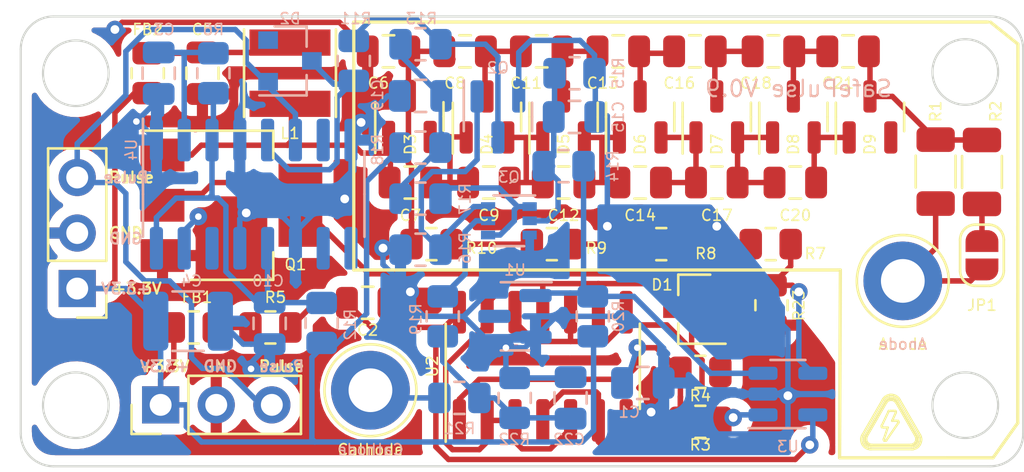
<source format=kicad_pcb>
(kicad_pcb (version 20210108) (generator pcbnew)
  (layers (0 "F.Cu" signal) (31 "B.Cu" signal) (34 "B.Paste" user) (35 "F.Paste" user) (36 "B.SilkS" user "B.Silkscreen") (37 "F.SilkS" user "F.Silkscreen") (38 "B.Mask" user) (39 "F.Mask" user) (44 "Edge.Cuts" user))
  (net 0 "")
  (net 1 "Net-(C1-Pad1)")
  (net 2 "Net-(C3-Pad1)")
  (net 3 "GND")
  (net 4 "Net-(C5-Pad1)")
  (net 5 "Net-(C7-Pad1)")
  (net 6 "Net-(C12-Pad1)")
  (net 7 "Net-(C6-Pad2)")
  (net 8 "Net-(C7-Pad2)")
  (net 9 "Net-(C10-Pad1)")
  (net 10 "Net-(C11-Pad1)")
  (net 11 "Net-(C14-Pad2)")
  (net 12 "Net-(C11-Pad2)")
  (net 13 "Net-(C12-Pad2)")
  (net 14 "Net-(C16-Pad2)")
  (net 15 "Net-(C17-Pad2)")
  (net 16 "Net-(C18-Pad2)")
  (net 17 "Net-(C20-Pad2)")
  (net 18 "Net-(C13-Pad2)")
  (net 19 "+3V3")
  (net 20 "Net-(Q2-Pad3)")
  (net 21 "Net-(Q2-Pad1)")
  (net 22 "Net-(Q3-Pad1)")
  (net 23 "Net-(D9-Pad2)")
  (net 24 "Net-(Q3-Pad5)")
  (net 25 "Net-(C21-Pad2)")
  (net 26 "Net-(D1-Pad1)")
  (net 27 "+2V5")
  (net 28 "Net-(Q1-Pad2)")
  (net 29 "Net-(D1-Pad2)")
  (net 30 "Net-(D2-Pad1)")
  (net 31 "Net-(D2-Pad2)")
  (net 32 "Net-(FB1-Pad2)")
  (net 33 "Net-(H1-Pad1)")
  (net 34 "Net-(H2-Pad1)")
  (net 35 "Net-(C15-Pad1)")
  (net 36 "Net-(R8-Pad2)")
  (net 37 "Net-(R3-Pad2)")
  (net 38 "Net-(C19-Pad1)")
  (net 39 "Net-(R23-Pad1)")
  (net 40 "Net-(JP1-Pad1)")
  (net 41 "Net-(R7-Pad2)")
  (net 42 "Net-(R10-Pad2)")
  (net 43 "Net-(U1-Pad3)")
  (net 44 "Net-(U3-Pad5)")
  (net 45 "Net-(U4-Pad7)")
  (net 46 "Net-(C22-Pad1)")
  (net 47 "Net-(U4-Pad9)")
  (net 48 "Net-(U4-Pad10)")
  (net 49 "Net-(U4-Pad14)")
  (footprint "Capacitor_SMD:C_0805_2012Metric" (layer "F.Cu") (at 146 59)
    (fp_text reference "C11")
    (fp_text value "0.1uF" hide)
  )
  (footprint "TestPoint:TestPoint_Loop_D3.80mm_Drill2.0mm" (layer "F.Cu") (at 162.5 69.5 90)
    (fp_text reference "H2" hide)
    (fp_text value "Anode")
  )
  (footprint "Jumper:SolderJumper-2_P1.3mm_Open_RoundedPad1.0x1.5mm" (layer "F.Cu") (at 166.116 68.326 -90)
    (fp_text reference "JP1")
    (fp_text value "7317" hide)
  )
  (footprint "Package_TO_SOT_SMD:SOT-23" (layer "F.Cu") (at 157.5 62 90)
    (fp_text reference "D8")
    (fp_text value "BAV23" hide)
  )
  (footprint "Package_TO_SOT_SMD:SOT-23" (layer "F.Cu") (at 143.5 62 90)
    (fp_text reference "D4")
    (fp_text value "BAV23" hide)
  )
  (footprint "Capacitor_SMD:C_0805_2012Metric" (layer "F.Cu") (at 153 59)
    (fp_text reference "C16")
    (fp_text value "0.1uF" hide)
  )
  (footprint "Package_TO_SOT_SMD:SOT-23" (layer "F.Cu") (at 139.954 61.976 90)
    (fp_text reference "D3")
    (fp_text value "BAV23" hide)
  )
  (footprint "Capacitor_SMD:C_0805_2012Metric" (layer "F.Cu") (at 138.05 70.5)
    (fp_text reference "C2")
    (fp_text value "1uF" hide)
  )
  (footprint "Resistor_SMD:R_0805_2012Metric" (layer "F.Cu") (at 151.464 67.818 180)
    (fp_text reference "R8")
    (fp_text value "22M" hide)
  )
  (footprint "Capacitor_SMD:C_0805_2012Metric" (layer "F.Cu") (at 149.5 59)
    (fp_text reference "C13")
    (fp_text value "0.1uF" hide)
  )
  (footprint "Resistor_SMD:R_0805_2012Metric" (layer "F.Cu") (at 156.464 67.818 180)
    (fp_text reference "R7")
    (fp_text value "22M" hide)
  )
  (footprint "Package_TO_SOT_SMD:SOT-23" (layer "F.Cu") (at 150.5 62 90)
    (fp_text reference "D6")
    (fp_text value "BAV23" hide)
  )
  (footprint "Diode_SMD:D_SOT-23_ANK" (layer "F.Cu") (at 153 70.794 180)
    (fp_text reference "D1")
    (fp_text value "BAS16" hide)
  )
  (footprint "Resistor_SMD:R_0805_2012Metric" (layer "F.Cu") (at 133.604 71.628 180)
    (fp_text reference "R5")
    (fp_text value "100" hide)
  )
  (footprint "TestPoint:TestPoint_Loop_D3.80mm_Drill2.0mm" (layer "F.Cu") (at 138.176 74.5)
    (fp_text reference "H1" hide)
    (fp_text value "Cathode")
  )
  (footprint "Package_TO_SOT_SMD:SOT-23" (layer "F.Cu") (at 154 62 90)
    (fp_text reference "D7")
    (fp_text value "BAV23" hide)
  )
  (footprint "Capacitor_SMD:C_0805_2012Metric" (layer "F.Cu") (at 130.5 60 -90)
    (fp_text reference "C5")
    (fp_text value "1uF" hide)
  )
  (footprint "Capacitor_SMD:C_0805_2012Metric" (layer "F.Cu") (at 154 65)
    (fp_text reference "C17")
    (fp_text value "0.1uF" hide)
  )
  (footprint "Resistor_SMD:R_1206_3216Metric" (layer "F.Cu") (at 164 64.5 -90)
    (fp_text reference "R1")
    (fp_text value "10M" hide)
  )
  (footprint "Capacitor_SMD:C_0805_2012Metric" (layer "F.Cu") (at 139 59)
    (fp_text reference "C6")
    (fp_text value "0.1uF" hide)
  )
  (footprint "Resistor_SMD:R_0805_2012Metric" (layer "F.Cu") (at 156.5 70.612 -90)
    (fp_text reference "R23")
    (fp_text value "3.16M" hide)
  )
  (footprint "Capacitor_SMD:C_0805_2012Metric" (layer "F.Cu") (at 140 65)
    (fp_text reference "C7")
    (fp_text value "0.1uF" hide)
  )
  (footprint "Capacitor_SMD:C_0805_2012Metric" (layer "F.Cu") (at 150.5 65)
    (fp_text reference "C14")
    (fp_text value "0.1uF" hide)
  )
  (footprint "Capacitor_SMD:C_0805_2012Metric" (layer "F.Cu") (at 147 65)
    (fp_text reference "C12")
    (fp_text value "0.1uF" hide)
  )
  (footprint "Inductor_SMD:L_Taiyo-Yuden_MD-4040" (layer "F.Cu") (at 134.5 60 -90)
    (fp_text reference "L1")
    (fp_text value "NRS6020T2R2NMGJ" hide)
  )
  (footprint "Resistor_SMD:R_0805_2012Metric" (layer "F.Cu") (at 140.964 67.818)
    (fp_text reference "R10")
    (fp_text value "22M" hide)
  )
  (footprint "Capacitor_SMD:C_0805_2012Metric" (layer "F.Cu") (at 157.588 65)
    (fp_text reference "C20")
    (fp_text value "0.1uF" hide)
  )
  (footprint "Package_SO:SOIC-14_3.9x8.7mm_P1.27mm" (layer "F.Cu") (at 146.05 73.406 90)
    (fp_text reference "U2")
    (fp_text value "74HC14" hide)
  )
  (footprint "Connector_PinHeader_2.54mm:PinHeader_1x03_P2.54mm_Vertical" (layer "F.Cu") (at 128.59 75.1695 90)
    (fp_text reference "J2" hide)
    (fp_text value "Conn_01x03_Male" hide)
  )
  (footprint "Resistor_SMD:R_0805_2012Metric" (layer "F.Cu") (at 128 60 90)
    (fp_text reference "FB2")
    (fp_text value "BKP2125HS221-T" hide)
  )
  (footprint "Resistor_SMD:R_0805_2012Metric" (layer "F.Cu") (at 146.464 67.818 180)
    (fp_text reference "R9")
    (fp_text value "22M" hide)
  )
  (footprint "Resistor_SMD:R_0805_2012Metric" (layer "F.Cu") (at 153.25 75.946)
    (fp_text reference "R3")
    (fp_text value "100K" hide)
  )
  (footprint "Resistor_SMD:R_0805_2012Metric" (layer "F.Cu") (at 153.25 73.66)
    (fp_text reference "R4")
    (fp_text value "100K" hide)
  )
  (footprint "Capacitor_SMD:C_0805_2012Metric" (layer "F.Cu") (at 156.588 59)
    (fp_text reference "C18")
    (fp_text value "0.1uF" hide)
  )
  (footprint "Capacitor_SMD:C_0805_2012Metric" (layer "F.Cu") (at 143.588 65)
    (fp_text reference "C9")
    (fp_text value "0.1uF" hide)
  )
  (footprint "Package_TO_SOT_SMD:SOT-223-3_TabPin2" (layer "F.Cu") (at 131.826 66.04)
    (fp_text reference "Q1")
    (fp_text value "FQT7N10" hide)
  )
  (footprint "Package_TO_SOT_SMD:SOT-23" (layer "F.Cu") (at 161 62 90)
    (fp_text reference "D9")
    (fp_text value "BAV23" hide)
  )
  (footprint "Capacitor_SMD:C_0805_2012Metric" (layer "F.Cu") (at 160 59)
    (fp_text reference "C21")
    (fp_text value "0.1uF" hide)
  )
  (footprint "Capacitor_SMD:C_0805_2012Metric" (layer "F.Cu") (at 142.5 59)
    (fp_text reference "C8")
    (fp_text value "0.1uF" hide)
  )
  (footprint "Resistor_SMD:R_0805_2012Metric" (layer "F.Cu") (at 130.104 71.628)
    (fp_text reference "FB1")
    (fp_text value "BKP2125HS221-T" hide)
  )
  (footprint "Resistor_SMD:R_1206_3216Metric" (layer "F.Cu") (at 166.116 64.516 -90)
    (fp_text reference "R2")
    (fp_text value "10M" hide)
  )
  (footprint "Package_TO_SOT_SMD:SOT-23" (layer "F.Cu") (at 147 62 90)
    (fp_text reference "D5")
    (fp_text value "BAV23" hide)
  )
  (footprint "Connector_PinHeader_2.54mm:PinHeader_1x03_P2.54mm_Vertical" (layer "F.Cu") (at 124.778 69.85 180)
    (fp_text reference "J1" hide)
    (fp_text value "Conn_01x03_Male" hide)
  )
  (footprint "Resistor_SMD:R_0805_2012Metric" (layer "B.Cu") (at 142.24 74.8515)
    (fp_text reference "R21")
    (fp_text value "47k" hide)
  )
  (footprint "Resistor_SMD:R_0805_2012Metric" (layer "B.Cu") (at 135.946 71.4215 90)
    (fp_text reference "R12")
    (fp_text value "100" hide)
  )
  (footprint "Package_TO_SOT_SMD:SOT-363_SC-70-6" (layer "B.Cu") (at 144.5 66.75 180)
    (fp_text reference "Q3")
    (fp_text value "MMDT3906" hide)
  )
  (footprint "Resistor_SMD:R_0805_2012Metric" (layer "B.Cu") (at 140.462 65.7375)
    (fp_text reference "R17")
    (fp_text value "499k" hide)
  )
  (footprint "Capacitor_SMD:C_0805_2012Metric" (layer "B.Cu") (at 133.57 71.4415 -90)
    (fp_text reference "C10")
    (fp_text value "1uF" hide)
  )
  (footprint "Capacitor_SMD:C_0805_2012Metric" (layer "B.Cu") (at 147.5 62)
    (fp_text reference "C15")
    (fp_text value "1nF" hide)
  )
  (footprint "Resistor_SMD:R_0805_2012Metric" (layer "B.Cu") (at 131 60 90)
    (fp_text reference "R6")
    (fp_text value "121k" hide)
  )
  (footprint "Resistor_SMD:R_0805_2012Metric" (layer "B.Cu") (at 144.765 74.8515 90)
    (fp_text reference "R22")
    (fp_text value "20k" hide)
  )
  (footprint "Package_TO_SOT_SMD:SOT-23-5" (layer "B.Cu") (at 157.25 74.676)
    (fp_text reference "U3")
    (fp_text value "MAX4162" hide)
  )
  (footprint "Capacitor_SMD:C_0805_2012Metric" (layer "B.Cu") (at 147.32 74.8515 90)
    (fp_text reference "C22")
    (fp_text value "1nF" hide)
  )
  (footprint "Resistor_SMD:R_0805_2012Metric" (layer "B.Cu") (at 148.336 71.12 90)
    (fp_text reference "R20")
    (fp_text value "560K" hide)
  )
  (footprint "Package_TO_SOT_SMD:SOT-23" (layer "B.Cu") (at 144 62 -90)
    (fp_text reference "Q2")
    (fp_text value "BC846A" hide)
  )
  (footprint "Resistor_SMD:R_0805_2012Metric" (layer "B.Cu") (at 140.462 63.403 180)
    (fp_text reference "R18")
    (fp_text value "1k" hide)
  )
  (footprint "Capacitor_SMD:C_0805_2012Metric" (layer "B.Cu") (at 150.622 74.168)
    (fp_text reference "C1")
    (fp_text value "150pF" hide)
  )
  (footprint "Resistor_SMD:R_0805_2012Metric" (layer "B.Cu") (at 147 64.25 180)
    (fp_text reference "R14")
    (fp_text value "1M5" hide)
  )
  (footprint "Resistor_SMD:R_0805_2012Metric" (layer "B.Cu") (at 137.414 59.436 90)
    (fp_text reference "R11")
    (fp_text value "33k" hide)
  )
  (footprint "Resistor_SMD:R_0805_2012Metric" (layer "B.Cu") (at 140.462 58.674)
    (fp_text reference "R13")
    (fp_text value "100k" hide)
  )
  (footprint "Package_SO:SOIC-16_3.9x9.9mm_P1.27mm" (layer "B.Cu") (at 132.842 65.532 -90)
    (fp_text reference "U4")
    (fp_text value "CD14538BM" hide)
  )
  (footprint "Diode_SMD:D_SOT-23_ANK" (layer "B.Cu") (at 134.5 59.436)
    (fp_text reference "D2")
    (fp_text value "BAS16" hide)
  )
  (footprint "Resistor_SMD:R_0805_2012Metric" (layer "B.Cu") (at 147.5 60)
    (fp_text reference "R15")
    (fp_text value "392k" hide)
  )
  (footprint "Capacitor_SMD:C_0805_2012Metric" (layer "B.Cu") (at 140.462 61.0385 180)
    (fp_text reference "C19")
    (fp_text value "0.1uF" hide)
  )
  (footprint "Package_TO_SOT_SMD:SOT-23" (layer "B.Cu") (at 144.78 71.12 180)
    (fp_text reference "U1")
    (fp_text value "MAX6008AEUR+T" hide)
  )
  (footprint "Resistor_SMD:R_0805_2012Metric" (layer "B.Cu") (at 140.462 68.072 180)
    (fp_text reference "R16")
    (fp_text value "1M" hide)
  )
  (footprint "Capacitor_SMD:C_1210_3225Metric" (layer "B.Cu") (at 129.843 71.3415)
    (fp_text reference "C4")
    (fp_text value "10uF" hide)
  )
  (footprint "Resistor_SMD:R_0805_2012Metric" (layer "B.Cu") (at 141.478 71.12 -90)
    (fp_text reference "R19")
    (fp_text value "100k" hide)
  )
  (footprint "Capacitor_SMD:C_0805_2012Metric" (layer "B.Cu") (at 128.5 60 -90)
    (fp_text reference "C3")
    (fp_text value "1nF" hide)
  )
  (gr_line (start 162.181229 75.498755) (end 162.18164 75.502677) (layer "F.SilkS") (width 0.104))
  (gr_line (start 161.631478 76.750508) (end 161.631559 76.747645) (layer "F.SilkS") (width 0.104))
  (gr_line (start 163.120554 76.75204) (end 163.121106 76.735256) (layer "F.SilkS") (width 0.104))
  (gr_line (start 161.015356 77.071537) (end 161.025904 77.072394) (layer "F.SilkS") (width 0.104))
  (gr_line (start 161.811672 76.205072) (end 161.59881 76.205072) (layer "F.SilkS") (width 0.104))
  (gr_line (start 161.84499 75.475785) (end 161.846152 75.473824) (layer "F.SilkS") (width 0.104))
  (gr_line (start 163.334662 76.813324) (end 163.32995 76.841717) (layer "F.SilkS") (width 0.104))
  (gr_line (start 161.759857 74.764963) (end 161.772603 74.75842) (layer "F.SilkS") (width 0.104))
  (gr_line (start 161.896121 74.718931) (end 161.910666 74.71679) (layer "F.SilkS") (width 0.104))
  (gr_line (start 160.605523 76.813324) (end 160.602697 76.784773) (layer "F.SilkS") (width 0.104))
  (gr_line (start 161.631699 76.756197) (end 161.631526 76.75336) (layer "F.SilkS") (width 0.104))
  (gr_line (start 161.646499 76.792067) (end 161.644727 76.789863) (layer "F.SilkS") (width 0.104))
  (gr_line (start 162.292991 75.926509) (end 162.295187 75.930368) (layer "F.SilkS") (width 0.104))
  (gr_line (start 162.291345 75.996606) (end 161.748079 76.787363) (layer "F.SilkS") (width 0.104))
  (gr_line (start 162.355278 74.935342) (end 162.355278 74.935342) (layer "F.SilkS") (width 0.104))
  (gr_line (start 162.01243 74.843509) (end 162.001971 74.842315) (layer "F.SilkS") (width 0.104))
  (gr_line (start 161.67734 76.812469) (end 161.675562 76.811896) (layer "F.SilkS") (width 0.104))
  (gr_line (start 163.156165 76.93277) (end 163.16743 76.914636) (layer "F.SilkS") (width 0.104))
  (gr_line (start 160.662048 76.533746) (end 161.584894 74.935342) (layer "F.SilkS") (width 0.104))
  (gr_line (start 163.337489 76.784773) (end 163.334662 76.813324) (layer "F.SilkS") (width 0.104))
  (gr_line (start 163.077443 77.161559) (end 163.064269 77.167261) (layer "F.SilkS") (width 0.104))
  (gr_line (start 161.846152 75.473824) (end 161.847378 75.471914) (layer "F.SilkS") (width 0.104))
  (gr_line (start 162.046682 74.944458) (end 162.038518 74.942134) (layer "F.SilkS") (width 0.104))
  (gr_line (start 160.732476 76.796877) (end 160.735832 76.817112) (layer "F.SilkS") (width 0.104))
  (gr_line (start 160.958878 77.192335) (end 160.930531 77.185761) (layer "F.SilkS") (width 0.104))
  (gr_line (start 163.015039 77.049117) (end 163.033666 77.040692) (layer "F.SilkS") (width 0.104))
  (gr_line (start 163.21039 76.756122) (end 163.209719 76.735722) (layer "F.SilkS") (width 0.104))
  (gr_line (start 161.843895 75.477794) (end 161.84499 75.475785) (layer "F.SilkS") (width 0.104))
  (gr_line (start 161.699193 76.814943) (end 161.69536 76.815057) (layer "F.SilkS") (width 0.104))
  (gr_line (start 161.854408 75.463155) (end 161.855982 75.46157) (layer "F.SilkS") (width 0.104))
  (gr_line (start 161.535398 76.13301) (end 161.536029 76.129052) (layer "F.SilkS") (width 0.104))
  (gr_line (start 161.59881 76.205072) (end 161.59881 76.205072) (layer "F.SilkS") (width 0.104))
  (gr_line (start 163.278123 76.533746) (end 163.292258 76.560162) (layer "F.SilkS") (width 0.104))
  (gr_line (start 163.031485 76.932044) (end 163.043847 76.920441) (layer "F.SilkS") (width 0.104))
  (gr_line (start 160.974111 77.064778) (end 160.984268 77.06696) (layer "F.SilkS") (width 0.104))
  (gr_line (start 162.121952 75.443573) (end 162.12596 75.443953) (layer "F.SilkS") (width 0.104))
  (gr_line (start 161.535016 76.13699) (end 161.535398 76.13301) (layer "F.SilkS") (width 0.104))
  (gr_line (start 161.017302 77.199954) (end 160.987825 77.197079) (layer "F.SilkS") (width 0.104))
  (gr_line (start 162.955912 77.066966) (end 162.976114 77.062282) (layer "F.SilkS") (width 0.104))
  (gr_line (start 162.167568 74.75841) (end 162.192834 74.771907) (layer "F.SilkS") (width 0.104))
  (gr_line (start 161.080247 76.995996) (end 161.080247 76.995996) (layer "F.SilkS") (width 0.104))
  (gr_line (start 161.714195 76.812239) (end 161.710515 76.813247) (layer "F.SilkS") (width 0.104))
  (gr_line (start 161.887007 75.444902) (end 161.889222 75.444462) (layer "F.SilkS") (width 0.104))
  (gr_line (start 160.888509 77.031051) (end 160.89743 77.036008) (layer "F.SilkS") (width 0.104))
  (gr_line (start 161.666778 74.831758) (end 161.677468 74.82205) (layer "F.SilkS") (width 0.104))
  (gr_line (start 160.854435 76.86561) (end 160.858963 76.873163) (layer "F.SilkS") (width 0.104))
  (gr_line (start 161.996327 74.93451) (end 161.98765 74.933804) (layer "F.SilkS") (width 0.104))
  (gr_line (start 160.784015 76.932748) (end 160.790031 76.941451) (layer "F.SilkS") (width 0.104))
  (gr_line (start 162.154546 74.899411) (end 162.146146 74.893592) (layer "F.SilkS") (width 0.104))
  (gr_line (start 160.77275 76.597665) (end 160.762682 76.616482) (layer "F.SilkS") (width 0.104))
  (gr_line (start 161.842867 75.479852) (end 161.842867 75.479852) (layer "F.SilkS") (width 0.104))
  (gr_line (start 162.107872 74.972147) (end 162.100671 74.967828) (layer "F.SilkS") (width 0.104))
  (gr_line (start 161.020089 76.98916) (end 161.028445 76.990956) (layer "F.SilkS") (width 0.104))
  (gr_line (start 160.849768 77.155458) (end 160.824503 77.141962) (layer "F.SilkS") (width 0.104))
  (gr_line (start 162.291286 75.996362) (end 162.291345 75.996606) (layer "F.SilkS") (width 0.104))
  (gr_line (start 162.181689 75.04155) (end 162.176535 75.034591) (layer "F.SilkS") (width 0.104))
  (gr_line (start 160.677858 77.00399) (end 160.662048 76.97854) (layer "F.SilkS") (width 0.104))
  (gr_line (start 161.567952 76.197147) (end 161.564524 76.195117) (layer "F.SilkS") (width 0.104))
  (gr_line (start 161.535967 76.152876) (end 161.535359 76.148934) (layer "F.SilkS") (width 0.104))
  (gr_line (start 160.838964 76.636153) (end 160.832886 76.652239) (layer "F.SilkS") (width 0.104))
  (gr_line (start 162.944586 76.982207) (end 162.960383 76.976278) (layer "F.SilkS") (width 0.104))
  (gr_line (start 161.552217 76.184929) (end 161.549545 76.181892) (layer "F.SilkS") (width 0.104))
  (gr_line (start 161.648374 76.794196) (end 161.646499 76.792067) (layer "F.SilkS") (width 0.104))
  (gr_line (start 162.195909 75.063623) (end 162.191381 75.056069) (layer "F.SilkS") (width 0.104))
  (gr_line (start 160.896353 76.920409) (end 160.902447 76.926319) (layer "F.SilkS") (width 0.104))
  (gr_line (start 161.673793 76.811259) (end 161.672036 76.810558) (layer "F.SilkS") (width 0.104))
  (gr_line (start 160.944341 77.056311) (end 160.954141 77.05945) (layer "F.SilkS") (width 0.104))
  (gr_line (start 162.262703 74.822036) (end 162.283788 74.841827) (layer "F.SilkS") (width 0.104))
  (gr_line (start 161.534997 76.144964) (end 161.534883 76.140978) (layer "F.SilkS") (width 0.104))
  (gr_line (start 161.633198 76.736157) (end 161.633945 76.733296) (layer "F.SilkS") (width 0.104))
  (gr_line (start 162.207787 74.947785) (end 162.200819 74.940081) (layer "F.SilkS") (width 0.104))
  (gr_line (start 161.884817 75.445419) (end 161.887007 75.444902) (layer "F.SilkS") (width 0.104))
  (gr_line (start 161.650349 76.796246) (end 161.648374 76.794196) (layer "F.SilkS") (width 0.104))
  (gr_line (start 163.278123 76.97854) (end 163.270401 76.991428) (layer "F.SilkS") (width 0.104))
  (gr_line (start 137.414 69) (end 159.646603 69) (layer "F.SilkS") (width 0.15))
  (gr_line (start 161.724801 76.807922) (end 161.721348 76.809574) (layer "F.SilkS") (width 0.104))
  (gr_line (start 161.706782 76.814035) (end 161.703004 76.814601) (layer "F.SilkS") (width 0.104))
  (gr_line (start 162.093332 74.963749) (end 162.085861 74.959912) (layer "F.SilkS") (width 0.104))
  (gr_line (start 160.601755 76.756143) (end 160.602697 76.727513) (layer "F.SilkS") (width 0.104))
  (gr_line (start 161.047241 77.073083) (end 161.047241 77.073083) (layer "F.SilkS") (width 0.104))
  (gr_line (start 161.609142 74.897676) (end 161.617931 74.885801) (layer "F.SilkS") (width 0.104))
  (gr_line (start 162.301137 75.946782) (end 162.301897 75.951032) (layer "F.SilkS") (width 0.104))
  (gr_line (start 161.98765 74.933804) (end 161.978906 74.933379) (layer "F.SilkS") (width 0.104))
  (gr_line (start 162.990521 76.961433) (end 163.004781 76.952563) (layer "F.SilkS") (width 0.104))
  (gr_line (start 161.636321 76.775287) (end 161.635308 76.77267) (layer "F.SilkS") (width 0.104))
  (gr_line (start 162.029507 74.716788) (end 162.058455 74.721533) (layer "F.SilkS") (width 0.104))
  (gr_line (start 163.009644 77.185742) (end 162.995549 77.189256) (layer "F.SilkS") (width 0.104))
  (gr_line (start 161.777412 74.905473) (end 161.761568 74.918495) (layer "F.SilkS") (width 0.104))
  (gr_line (start 161.561225 76.192875) (end 161.558068 76.190425) (layer "F.SilkS") (width 0.104))
  (gr_line (start 163.209719 76.735722) (end 163.207705 76.715379) (layer "F.SilkS") (width 0.104))
  (gr_line (start 163.16743 76.597665) (end 162.244577 74.999246) (layer "F.SilkS") (width 0.104))
  (gr_line (start 161.047241 77.200922) (end 161.047241 77.200922) (layer "F.SilkS") (width 0.104))
  (gr_line (start 163.112265 76.668579) (end 163.107293 76.652257) (layer "F.SilkS") (width 0.104))
  (gr_line (start 162.135194 74.991752) (end 162.128596 74.986507) (layer "F.SilkS") (width 0.104))
  (gr_line (start 160.863705 76.880522) (end 160.868655 76.887682) (layer "F.SilkS") (width 0.104))
  (gr_line (start 163.050893 77.172535) (end 163.037325 77.177377) (layer "F.SilkS") (width 0.104))
  (gr_line (start 163.143885 76.949938) (end 163.156165 76.93277) (layer "F.SilkS") (width 0.104))
  (gr_line (start 161.666839 76.808054) (end 161.664209 76.806667) (layer "F.SilkS") (width 0.104))
  (gr_line (start 160.994532 77.068817) (end 161.004897 77.070343) (layer "F.SilkS") (width 0.104))
  (gr_line (start 161.67029 76.809791) (end 161.668557 76.808957) (layer "F.SilkS") (width 0.104))
  (gr_line (start 160.77275 76.914621) (end 160.77275 76.914621) (layer "F.SilkS") (width 0.104))
  (gr_line (start 162.171184 75.027836) (end 162.165639 75.021288) (layer "F.SilkS") (width 0.104))
  (gr_line (start 160.862776 77.01445) (end 160.871176 77.020269) (layer "F.SilkS") (width 0.104))
  (gr_line (start 163.253872 77.016199) (end 163.245084 77.028071) (layer "F.SilkS") (width 0.104))
  (gr_line (start 163.204349 76.817103) (end 163.207705 76.796869) (layer "F.SilkS") (width 0.104))
  (gr_line (start 161.850015 75.468248) (end 161.851423 75.466495) (layer "F.SilkS") (width 0.104))
  (gr_line (start 162.894768 76.993744) (end 162.911739 76.990963) (layer "F.SilkS") (width 0.104))
  (gr_line (start 160.740531 76.675083) (end 160.735832 76.695145) (layer "F.SilkS") (width 0.104))
  (gr_line (start 162.176109 75.533746) (end 162.176109 75.533746) (layer "F.SilkS") (width 0.104))
  (gr_line (start 163.216721 77.061577) (end 163.20663 77.072025) (layer "F.SilkS") (width 0.104))
  (gr_line (start 163.139997 77.126807) (end 163.127958 77.134574) (layer "F.SilkS") (width 0.104))
  (gr_line (start 162.914277 77.072394) (end 162.935284 77.070346) (layer "F.SilkS") (width 0.104))
  (gr_line (start 163.207705 76.715379) (end 163.204349 76.695149) (layer "F.SilkS") (width 0.104))
  (gr_line (start 161.584894 74.935342) (end 161.584894 74.935342) (layer "F.SilkS") (width 0.104))
  (gr_line (start 161.536821 76.156779) (end 161.535967 76.152876) (layer "F.SilkS") (width 0.104))
  (gr_line (start 161.785568 74.752295) (end 161.798742 74.746592) (layer "F.SilkS") (width 0.104))
  (gr_line (start 163.066391 76.894663) (end 163.076492 76.880535) (layer "F.SilkS") (width 0.104))
  (gr_line (start 160.875907 77.167283) (end 160.849768 77.155458) (layer "F.SilkS") (width 0.104))
  (gr_line (start 162.283788 74.841827) (end 162.303657 74.863092) (layer "F.SilkS") (width 0.104))
  (gr_line (start 163.196235 77.082105) (end 163.185544 77.091812) (layer "F.SilkS") (width 0.104))
  (gr_line (start 163.064269 77.167261) (end 163.050893 77.172535) (layer "F.SilkS") (width 0.104))
  (gr_line (start 160.854435 76.86561) (end 160.854435 76.86561) (layer "F.SilkS") (width 0.104))
  (gr_line (start 161.640036 76.782841) (end 161.638687 76.780377) (layer "F.SilkS") (width 0.104))
  (gr_line (start 162.859935 76.995996) (end 162.877487 76.995429) (layer "F.SilkS") (width 0.104))
  (gr_line (start 162.148489 75.451232) (end 162.151895 75.453228) (layer "F.SilkS") (width 0.104))
  (gr_line (start 162.082652 74.860996) (end 162.072984 74.857545) (layer "F.SilkS") (width 0.104))
  (gr_line (start 160.934672 77.05286) (end 160.944341 77.056311) (layer "F.SilkS") (width 0.104))
  (gr_line (start 162.114485 74.73647) (end 162.141429 74.746584) (layer "F.SilkS") (width 0.104))
  (gr_line (start 161.918287 74.938278) (end 161.901666 74.942136) (layer "F.SilkS") (width 0.104))
  (gr_line (start 160.902447 76.926319) (end 160.908714 76.932011) (layer "F.SilkS") (width 0.104))
  (gr_line (start 162.200819 74.940081) (end 162.193628 74.932635) (layer "F.SilkS") (width 0.104))
  (gr_line (start 162.137612 75.446555) (end 162.141337 75.447891) (layer "F.SilkS") (width 0.104))
  (gr_line (start 162.0219 74.938276) (end 162.013457 74.936749) (layer "F.SilkS") (width 0.104))
  (gr_line (start 161.74569 76.790623) (end 161.743131 76.793691) (layer "F.SilkS") (width 0.104))
  (gr_line (start 162.291286 75.996362) (end 162.291286 75.996362) (layer "F.SilkS") (width 0.104))
  (gr_line (start 162.227294 74.972415) (end 162.221031 74.963956) (layer "F.SilkS") (width 0.104))
  (gr_line (start 163.16743 76.914636) (end 163.177499 76.895802) (layer "F.SilkS") (width 0.104))
  (gr_line (start 162.221031 74.963956) (end 162.214526 74.955745) (layer "F.SilkS") (width 0.104))
  (gr_line (start 163.116483 76.981262) (end 163.130642 76.966111) (layer "F.SilkS") (width 0.104))
  (gr_line (start 161.633945 76.733296) (end 161.63483 76.730447) (layer "F.SilkS") (width 0.104))
  (gr_line (start 161.854317 74.959917) (end 161.839505 74.967834) (layer "F.SilkS") (width 0.104))
  (gr_line (start 160.602697 76.784773) (end 160.601755 76.756143) (layer "F.SilkS") (width 0.104))
  (gr_line (start 163.151784 77.118643) (end 163.139997 77.126807) (layer "F.SilkS") (width 0.104))
  (gr_line (start 162.063184 74.854405) (end 162.053259 74.851581) (layer "F.SilkS") (width 0.104))
  (gr_line (start 163.16743 76.914636) (end 163.16743 76.914636) (layer "F.SilkS") (width 0.104))
  (gr_line (start 162.297606 75.984796) (end 162.295783 75.988763) (layer "F.SilkS") (width 0.104))
  (gr_line (start 161.69536 76.815057) (end 161.69536 76.815057) (layer "F.SilkS") (width 0.104))
  (gr_line (start 160.819072 76.735233) (end 160.819625 76.752019) (layer "F.SilkS") (width 0.104))
  (gr_line (start 162.092184 74.864756) (end 162.082652 74.860996) (layer "F.SilkS") (width 0.104))
  (gr_line (start 162.100671 74.967828) (end 162.093332 74.963749) (layer "F.SilkS") (width 0.104))
  (gr_line (start 162.966892 77.194921) (end 162.952347 77.197062) (layer "F.SilkS") (width 0.104))
  (gr_line (start 160.823695 76.98123) (end 160.831102 76.988413) (layer "F.SilkS") (width 0.104))
  (gr_line (start 162.302368 75.95531) (end 162.302549 75.959601) (layer "F.SilkS") (width 0.104))
  (gr_line (start 161.594717 76.204942) (end 161.590671 76.204554) (layer "F.SilkS") (width 0.104))
  (gr_line (start 163.193609 76.857012) (end 163.19965 76.837169) (layer "F.SilkS") (width 0.104))
  (gr_line (start 162.271657 75.905363) (end 162.275253 75.907702) (layer "F.SilkS") (width 0.104))
  (gr_line (start 162.907951 77.200664) (end 162.892927 77.200906) (layer "F.SilkS") (width 0.104))
  (gr_line (start 162.078261 74.95632) (end 162.070538 74.952975) (layer "F.SilkS") (width 0.104))
  (gr_line (start 161.970087 74.840768) (end 161.970087 74.840768) (layer "F.SilkS") (width 0.104))
  (gr_line (start 163.094033 76.620355) (end 163.085746 76.604868) (layer "F.SilkS") (width 0.104))
  (gr_line (start 162.114929 74.976701) (end 162.107872 74.972147) (layer "F.SilkS") (width 0.104))
  (gr_line (start 161.970087 74.840768) (end 161.970087 74.840768) (layer "F.SilkS") (width 0.104))
  (gr_line (start 160.979806 76.976258) (end 160.987647 76.979351) (layer "F.SilkS") (width 0.104))
  (gr_line (start 162.117899 75.443445) (end 162.121952 75.443573) (layer "F.SilkS") (width 0.104))
  (gr_line (start 162.928358 76.987109) (end 162.944586 76.982207) (layer "F.SilkS") (width 0.104))
  (gr_line (start 161.839505 74.967834) (end 161.825245 74.976707) (layer "F.SilkS") (width 0.104))
  (gr_line (start 160.647917 76.560162) (end 160.662048 76.533746) (layer "F.SilkS") (width 0.104))
  (gr_line (start 161.63483 76.730447) (end 161.63483 76.730447) (layer "F.SilkS") (width 0.104))
  (gr_line (start 162.238617 75.896173) (end 162.238617 75.896173) (layer "F.SilkS") (width 0.104))
  (gr_line (start 161.703004 76.814601) (end 161.699193 76.814943) (layer "F.SilkS") (width 0.104))
  (gr_line (start 162.128596 74.986507) (end 162.121839 74.981489) (layer "F.SilkS") (width 0.104))
  (gr_line (start 162.295187 75.930368) (end 162.297112 75.934354) (layer "F.SilkS") (width 0.104))
  (gr_line (start 161.549545 76.181892) (end 161.547055 76.178672) (layer "F.SilkS") (width 0.104))
  (gr_line (start 161.062695 76.995428) (end 161.07144 76.995854) (layer "F.SilkS") (width 0.104))
  (gr_line (start 161.867188 74.857529) (end 161.847987 74.864735) (layer "F.SilkS") (width 0.104))
  (gr_line (start 161.886913 74.85157) (end 161.867188 74.857529) (layer "F.SilkS") (width 0.104))
  (gr_line (start 162.293676 75.992623) (end 162.291286 75.996362) (layer "F.SilkS") (width 0.104))
  (gr_line (start 160.605523 76.698962) (end 160.610233 76.67057) (layer "F.SilkS") (width 0.104))
  (gr_line (start 161.970098 74.933237) (end 161.952543 74.933805) (layer "F.SilkS") (width 0.104))
  (gr_line (start 162.17078 74.911886) (end 162.162759 74.90551) (layer "F.SilkS") (width 0.104))
  (gr_line (start 162.247407 75.896777) (end 162.251702 75.897522) (layer "F.SilkS") (width 0.104))
  (gr_line (start 161.825687 74.736476) (end 161.83944 74.732072) (layer "F.SilkS") (width 0.104))
  (gr_line (start 162.164147 75.463244) (end 162.166816 75.46623) (layer "F.SilkS") (width 0.104))
  (gr_line (start 162.217157 74.787037) (end 162.24047 74.80376) (layer "F.SilkS") (width 0.104))
  (gr_line (start 161.564524 76.195117) (end 161.561225 76.192875) (layer "F.SilkS") (width 0.104))
  (gr_line (start 162.153991 75.008823) (end 162.147897 75.002913) (layer "F.SilkS") (width 0.104))
  (gr_line (start 161.654592 76.800094) (end 161.652422 76.798213) (layer "F.SilkS") (width 0.104))
  (gr_line (start 161.870288 75.451082) (end 161.872265 75.450062) (layer "F.SilkS") (width 0.104))
  (gr_line (start 161.63242 76.761807) (end 161.631998 76.759014) (layer "F.SilkS") (width 0.104))
  (gr_line (start 161.706862 74.981094) (end 161.695596 74.999231) (layer "F.SilkS") (width 0.104))
  (gr_line (start 161.025904 77.072394) (end 161.036534 77.07291) (layer "F.SilkS") (width 0.104))
  (gr_line (start 161.003662 76.984775) (end 161.011827 76.987099) (layer "F.SilkS") (width 0.104))
  (gr_line (start 161.633627 76.767309) (end 161.632964 76.764574) (layer "F.SilkS") (width 0.104))
  (gr_line (start 163.101458 76.995362) (end 163.116483 76.981262) (layer "F.SilkS") (width 0.104))
  (gr_line (start 162.300087 75.942576) (end 162.301137 75.946782) (layer "F.SilkS") (width 0.104))
  (gr_line (start 160.730462 76.77653) (end 160.732476 76.796877) (layer "F.SilkS") (width 0.104))
  (gr_line (start 161.874277 75.44911) (end 161.876324 75.448228) (layer "F.SilkS") (width 0.104))
  (gr_line (start 161.847987 74.864735) (end 161.829361 74.873161) (layer "F.SilkS") (width 0.104))
  (gr_line (start 161.684522 76.814161) (end 161.682719 76.813825) (layer "F.SilkS") (width 0.104))
  (gr_line (start 161.978906 74.933379) (end 161.970098 74.933237) (layer "F.SilkS") (width 0.104))
  (gr_line (start 160.819625 76.718447) (end 160.819072 76.735233) (layer "F.SilkS") (width 0.104))
  (gr_line (start 161.900587 75.443445) (end 161.900587 75.443445) (layer "F.SilkS") (width 0.104))
  (gr_line (start 161.882651 75.446011) (end 161.884817 75.445419) (layer "F.SilkS") (width 0.104))
  (gr_line (start 162.281949 75.913093) (end 162.285023 75.916129) (layer "F.SilkS") (width 0.104))
  (gr_line (start 160.902851 77.177398) (end 160.875907 77.167283) (layer "F.SilkS") (width 0.104))
  (gr_line (start 161.011827 76.987099) (end 161.020089 76.98916) (layer "F.SilkS") (width 0.104))
  (gr_line (start 161.746543 74.932597) (end 161.732384 74.947749) (layer "F.SilkS") (width 0.104))
  (gr_line (start 161.652422 76.798213) (end 161.650349 76.796246) (layer "F.SilkS") (width 0.104))
  (gr_line (start 160.610233 76.841717) (end 160.605523 76.813324) (layer "F.SilkS") (width 0.104))
  (gr_line (start 163.262315 77.003983) (end 163.253872 77.016199) (layer "F.SilkS") (width 0.104))
  (gr_line (start 161.68092 76.813432) (end 161.679127 76.812981) (layer "F.SilkS") (width 0.104))
  (gr_line (start 161.893715 75.443814) (end 161.895989 75.44361) (layer "F.SilkS") (width 0.104))
  (gr_line (start 161.586682 76.203916) (end 161.582759 76.203031) (layer "F.SilkS") (width 0.104))
  (gr_line (start 160.63567 76.587131) (end 160.647917 76.560162) (layer "F.SilkS") (width 0.104))
  (gr_line (start 161.617931 74.885801) (end 161.627058 74.874276) (layer "F.SilkS") (width 0.104))
  (gr_line (start 162.176109 75.533746) (end 162.011808 75.896173) (layer "F.SilkS") (width 0.104))
  (gr_line (start 163.207705 76.796869) (end 163.209719 76.776523) (layer "F.SilkS") (width 0.104))
  (gr_line (start 162.244577 74.999246) (end 162.239073 74.990064) (layer "F.SilkS") (width 0.104))
  (gr_line (start 162.171609 75.472742) (end 162.1737 75.476224) (layer "F.SilkS") (width 0.104))
  (gr_line (start 162.159907 75.014949) (end 162.153991 75.008823) (layer "F.SilkS") (width 0.104))
  (gr_line (start 160.873808 76.894642) (end 160.87916 76.901397) (layer "F.SilkS") (width 0.104))
  (gr_line (start 163.314873 76.897711) (end 163.304508 76.925155) (layer "F.SilkS") (width 0.104))
  (gr_line (start 160.846542 77.001977) (end 160.854563 77.008352) (layer "F.SilkS") (width 0.104))
  (gr_line (start 161.717809 76.811014) (end 161.714195 76.812239) (layer "F.SilkS") (width 0.104))
  (gr_line (start 163.085746 76.604883) (end 162.611221 75.782968) (layer "F.SilkS") (width 0.104))
  (gr_line (start 161.695596 74.999231) (end 160.77275 76.597665) (layer "F.SilkS") (width 0.104))
  (gr_line (start 162.611221 75.782968) (end 162.611221 75.782968) (layer "F.SilkS") (width 0.104))
  (gr_line (start 161.07144 76.995854) (end 161.080247 76.995996) (layer "F.SilkS") (width 0.104))
  (gr_line (start 161.547055 76.178672) (end 161.544759 76.175272) (layer "F.SilkS") (width 0.104))
  (gr_line (start 160.625307 76.897711) (end 160.616828 76.869872) (layer "F.SilkS") (width 0.104))
  (gr_line (start 161.889222 75.444462) (end 161.891458 75.444099) (layer "F.SilkS") (width 0.104))
  (gr_line (start 161.646292 74.85229) (end 161.656383 74.84184) (layer "F.SilkS") (width 0.104))
  (gr_line (start 160.957012 76.965484) (end 160.964483 76.969321) (layer "F.SilkS") (width 0.104))
  (gr_line (start 162.178544 75.487207) (end 162.17968 75.491008) (layer "F.SilkS") (width 0.104))
  (gr_line (start 163.19965 76.675089) (end 163.193609 76.655254) (layer "F.SilkS") (width 0.104))
  (gr_line (start 161.711227 74.795215) (end 161.723014 74.78705) (layer "F.SilkS") (width 0.104))
  (gr_line (start 160.928505 76.947744) (end 160.935414 76.952532) (layer "F.SilkS") (width 0.104))
  (gr_line (start 162.255913 75.898551) (end 162.260026 75.899857) (layer "F.SilkS") (width 0.104))
  (gr_line (start 163.270401 76.991428) (end 163.262315 77.003983) (layer "F.SilkS") (width 0.104))
  (gr_line (start 161.891458 75.444099) (end 161.893715 75.443814) (layer "F.SilkS") (width 0.104))
  (gr_line (start 161.935259 74.935493) (end 161.918287 74.938278) (layer "F.SilkS") (width 0.104))
  (gr_line (start 160.858963 76.873163) (end 160.863705 76.880522) (layer "F.SilkS") (width 0.104))
  (gr_line (start 160.602697 76.727513) (end 160.605523 76.698962) (layer "F.SilkS") (width 0.104))
  (gr_line (start 161.535359 76.148934) (end 161.534997 76.144964) (layer "F.SilkS") (width 0.104))
  (gr_line (start 160.915752 77.045036) (end 160.92514 77.0491) (layer "F.SilkS") (width 0.104))
  (gr_line (start 161.774536 75.021293) (end 161.763642 75.034596) (layer "F.SilkS") (width 0.104))
  (gr_line (start 163.037325 77.177377) (end 163.023572 77.18178) (layer "F.SilkS") (width 0.104))
  (gr_line (start 161.719141 74.963924) (end 161.706862 74.981094) (layer "F.SilkS") (width 0.104))
  (gr_line (start 163.055496 76.907973) (end 163.066391 76.894663) (layer "F.SilkS") (width 0.104))
  (gr_line (start 161.631526 76.75336) (end 161.631478 76.750508) (layer "F.SilkS") (width 0.104))
  (gr_line (start 162.995839 77.056323) (end 163.015039 77.049117) (layer "F.SilkS") (width 0.104))
  (gr_line (start 161.656858 76.801883) (end 161.654592 76.800094) (layer "F.SilkS") (width 0.104))
  (gr_line (start 161.734541 76.801717) (end 161.731408 76.803991) (layer "F.SilkS") (width 0.104))
  (gr_line (start 162.147897 75.002913) (end 162.141629 74.997222) (layer "F.SilkS") (width 0.104))
  (gr_line (start 161.028445 76.990956) (end 161.036888 76.992484) (layer "F.SilkS") (width 0.104))
  (gr_line (start 161.656383 74.84184) (end 161.666778 74.831758) (layer "F.SilkS") (width 0.104))
  (gr_line (start 159.611345 77.589568) (end 166.624 77.588787) (layer "F.SilkS") (width 0.15))
  (gr_line (start 162.278689 75.910281) (end 162.281949 75.913093) (layer "F.SilkS") (width 0.104))
  (gr_line (start 160.908714 76.932011) (end 160.91515 76.937481) (layer "F.SilkS") (width 0.104))
  (gr_line (start 162.892927 77.200906) (end 162.892927 77.200922) (layer "F.SilkS") (width 0.104))
  (gr_line (start 161.631559 76.747645) (end 161.63177 76.744774) (layer "F.SilkS") (width 0.104))
  (gr_line (start 162.244577 74.999246) (end 162.244577 74.999246) (layer "F.SilkS") (width 0.104))
  (gr_line (start 163.127958 77.134574) (end 163.115674 77.141937) (layer "F.SilkS") (width 0.104))
  (gr_line (start 162.011808 75.896173) (end 162.011808 75.896173) (layer "F.SilkS") (width 0.104))
  (gr_line (start 162.302442 75.963892) (end 162.302048 75.968165) (layer "F.SilkS") (width 0.104))
  (gr_line (start 161.659217 76.803578) (end 161.656858 76.801883) (layer "F.SilkS") (width 0.104))
  (gr_line (start 160.972083 76.972913) (end 160.979806 76.976258) (layer "F.SilkS") (width 0.104))
  (gr_line (start 162.355278 74.935342) (end 163.278123 76.533746) (layer "F.SilkS") (width 0.104))
  (gr_line (start 161.885438 74.947044) (end 161.869641 74.952979) (layer "F.SilkS") (width 0.104))
  (gr_line (start 160.610233 76.67057) (end 160.616828 76.642414) (layer "F.SilkS") (width 0.104))
  (gr_line (start 163.304508 76.925155) (end 163.292258 76.952124) (layer "F.SilkS") (width 0.104))
  (gr_line (start 162.146146 74.893592) (end 162.137567 74.888057) (layer "F.SilkS") (width 0.104))
  (gr_line (start 161.636514 74.863103) (end 161.646292 74.85229) (layer "F.SilkS") (width 0.104))
  (gr_line (start 160.732476 76.715377) (end 160.730462 76.735723) (layer "F.SilkS") (width 0.104))
  (gr_line (start 161.763642 75.034596) (end 161.753541 75.048713) (layer "F.SilkS") (width 0.104))
  (gr_line (start 160.827913 76.801911) (end 160.832886 76.818232) (layer "F.SilkS") (width 0.104))
  (gr_line (start 161.970087 74.840768) (end 161.94875 74.841458) (layer "F.SilkS") (width 0.104))
  (gr_line (start 161.864592 75.454542) (end 161.86645 75.453323) (layer "F.SilkS") (width 0.104))
  (gr_line (start 162.085861 74.959912) (end 162.078261 74.95632) (layer "F.SilkS") (width 0.104))
  (gr_line (start 137.414 69) (end 137.414 57.658) (layer "F.SilkS") (width 0.15))
  (gr_line (start 163.101224 76.834326) (end 163.1073 76.818241) (layer "F.SilkS") (width 0.104))
  (gr_line (start 160.838964 76.834319) (end 160.846147 76.850128) (layer "F.SilkS") (width 0.104))
  (gr_line (start 163.278123 76.533746) (end 163.278123 76.533746) (layer "F.SilkS") (width 0.104))
  (gr_line (start 162.12596 75.443953) (end 162.129913 75.444581) (layer "F.SilkS") (width 0.104))
  (gr_line (start 161.811357 74.882778) (end 161.794024 74.893558) (layer "F.SilkS") (width 0.104))
  (gr_line (start 162.302048 75.968165) (end 162.301366 75.972407) (layer "F.SilkS") (width 0.104))
  (gr_line (start 161.859283 75.458576) (end 161.861007 75.457169) (layer "F.SilkS") (width 0.104))
  (gr_line (start 162.141629 74.997222) (end 162.135194 74.991752) (layer "F.SilkS") (width 0.104))
  (gr_line (start 160.964483 76.969321) (end 160.972083 76.972913) (layer "F.SilkS") (width 0.104))
  (gr_line (start 160.616828 76.869872) (end 160.610233 76.841717) (layer "F.SilkS") (width 0.104))
  (gr_line (start 161.842867 75.479852) (end 161.843895 75.477794) (layer "F.SilkS") (width 0.104))
  (gr_line (start 163.023572 77.18178) (end 163.009644 77.185742) (layer "F.SilkS") (width 0.104))
  (gr_line (start 163.235956 77.039595) (end 163.226499 77.050765) (layer "F.SilkS") (width 0.104))
  (gr_line (start 161.558068 76.190425) (end 161.555061 76.187775) (layer "F.SilkS") (width 0.104))
  (gr_line (start 160.713675 77.050783) (end 160.69509 77.028085) (layer "F.SilkS") (width 0.104))
  (gr_line (start 162.151895 75.453228) (end 162.155174 75.455432) (layer "F.SilkS") (width 0.104))
  (gr_line (start 163.177499 76.895802) (end 163.186225 76.876575) (layer "F.SilkS") (width 0.104))
  (gr_line (start 161.895989 75.44361) (end 161.898281 75.443486) (layer "F.SilkS") (width 0.104))
  (gr_line (start 163.103155 77.148892) (end 163.090408 77.155435) (layer "F.SilkS") (width 0.104))
  (gr_line (start 161.876324 75.448228) (end 161.878403 75.447417) (layer "F.SilkS") (width 0.104))
  (gr_line (start 163.130642 76.966111) (end 163.143885 76.949938) (layer "F.SilkS") (width 0.104))
  (gr_line (start 161.542685 76.17175) (end 161.540853 76.168127) (layer "F.SilkS") (width 0.104))
  (gr_line (start 160.949673 76.961404) (end 160.957012 76.965484) (layer "F.SilkS") (width 0.104))
  (gr_line (start 160.824503 77.141962) (end 160.800179 77.126833) (layer "F.SilkS") (width 0.104))
  (gr_line (start 161.541059 76.113672) (end 161.541059 76.113672) (layer "F.SilkS") (width 0.104))
  (gr_line (start 163.043847 76.920441) (end 163.055496 76.907973) (layer "F.SilkS") (width 0.104))
  (gr_line (start 163.069002 77.020297) (end 163.085614 77.008383) (layer "F.SilkS") (width 0.104))
  (gr_line (start 160.846147 76.620347) (end 160.838964 76.636153) (layer "F.SilkS") (width 0.104))
  (gr_line (start 160.662048 76.97854) (end 160.647917 76.952124) (layer "F.SilkS") (width 0.104))
  (gr_line (start 162.038518 74.942134) (end 162.030255 74.940073) (layer "F.SilkS") (width 0.104))
  (gr_line (start 161.748079 76.787363) (end 161.74569 76.790623) (layer "F.SilkS") (width 0.104))
  (gr_line (start 161.857607 75.460044) (end 161.859283 75.458576) (layer "F.SilkS") (width 0.104))
  (gr_line (start 160.776866 77.110111) (end 160.754632 77.091836) (layer "F.SilkS") (width 0.104))
  (gr_line (start 161.740413 76.796565) (end 161.737546 76.799241) (layer "F.SilkS") (width 0.104))
  (gr_line (start 160.729791 76.756126) (end 160.730462 76.77653) (layer "F.SilkS") (width 0.104))
  (gr_line (start 162.911739 76.990963) (end 162.928358 76.987109) (layer "F.SilkS") (width 0.104))
  (gr_line (start 163.090408 77.155435) (end 163.077443 77.161559) (layer "F.SilkS") (width 0.104))
  (gr_line (start 161.925343 74.715115) (end 161.940145 74.713913) (layer "F.SilkS") (width 0.104))
  (gr_line (start 163.08576 76.86561) (end 163.08576 76.86561) (layer "F.SilkS") (width 0.104))
  (gr_line (start 160.868655 76.887682) (end 160.873808 76.894642) (layer "F.SilkS") (width 0.104))
  (gr_line (start 163.204349 76.695149) (end 163.19965 76.675089) (layer "F.SilkS") (width 0.104))
  (gr_line (start 163.051669 77.031076) (end 163.069002 77.020297) (layer "F.SilkS") (width 0.104))
  (gr_line (start 161.584894 74.935342) (end 161.592615 74.922451) (layer "F.SilkS") (width 0.104))
  (gr_line (start 162.000028 74.713913) (end 162.029507 74.716788) (layer "F.SilkS") (width 0.104))
  (gr_line (start 160.83872 76.99533) (end 160.846542 77.001977) (layer "F.SilkS") (width 0.104))
  (gr_line (start 163.186225 76.876575) (end 163.193609 76.857012) (layer "F.SilkS") (width 0.104))
  (gr_line (start 161.710515 76.813247) (end 161.706782 76.814035) (layer "F.SilkS") (width 0.104))
  (gr_line (start 161.544759 76.175272) (end 161.542685 76.17175) (layer "F.SilkS") (width 0.104))
  (gr_line (start 161.600701 74.909894) (end 161.609142 74.897676) (layer "F.SilkS") (width 0.104))
  (gr_line (start 161.668557 76.808957) (end 161.666839 76.808054) (layer "F.SilkS") (width 0.104))
  (gr_line (start 160.647917 76.952124) (end 160.63567 76.925155) (layer "F.SilkS") (width 0.104))
  (gr_line (start 161.744274 75.063623) (end 160.854435 76.604868) (layer "F.SilkS") (width 0.104))
  (gr_line (start 161.744274 75.063623) (end 161.744274 75.063623) (layer "F.SilkS") (width 0.104))
  (gr_line (start 160.762682 76.616482) (end 160.753956 76.635695) (layer "F.SilkS") (width 0.104))
  (gr_line (start 161.910666 74.71679) (end 161.925343 74.715115) (layer "F.SilkS") (width 0.104))
  (gr_line (start 163.338431 76.756143) (end 163.337489 76.784773) (layer "F.SilkS") (width 0.104))
  (gr_line (start 161.004897 77.070343) (end 161.015356 77.071537) (layer "F.SilkS") (width 0.104))
  (gr_line (start 160.854435 76.604868) (end 160.846147 76.620347) (layer "F.SilkS") (width 0.104))
  (gr_line (start 161.666839 76.808054) (end 161.666839 76.808054) (layer "F.SilkS") (width 0.104))
  (gr_line (start 163.209719 76.776523) (end 163.21039 76.756122) (layer "F.SilkS") (width 0.104))
  (gr_line (start 167.75 76) (end 166.624 77.588787) (layer "F.SilkS") (width 0.15))
  (gr_line (start 161.582759 76.203031) (end 161.578915 76.201907) (layer "F.SilkS") (width 0.104))
  (gr_line (start 162.251702 75.897522) (end 162.255913 75.898551) (layer "F.SilkS") (width 0.104))
  (gr_line (start 161.047241 77.200922) (end 161.017302 77.199954) (layer "F.SilkS") (width 0.104))
  (gr_line (start 161.829361 74.873161) (end 161.811357 74.882778) (layer "F.SilkS") (width 0.104))
  (gr_line (start 160.824045 76.785404) (end 160.827913 76.801911) (layer "F.SilkS") (width 0.104))
  (gr_line (start 161.732384 74.947749) (end 161.719141 74.963924) (layer "F.SilkS") (width 0.104))
  (gr_line (start 163.304508 76.587131) (end 163.314873 76.614575) (layer "F.SilkS") (width 0.104))
  (gr_line (start 160.753956 76.876577) (end 160.762682 76.895796) (layer "F.SilkS") (width 0.104))
  (gr_line (start 162.072984 74.857545) (end 162.063184 74.854405) (layer "F.SilkS") (width 0.104))
  (gr_line (start 161.538042 76.121247) (end 161.539425 76.117424) (layer "F.SilkS") (width 0.104))
  (gr_line (start 162.892927 77.200906) (end 162.892927 77.200906) (layer "F.SilkS") (width 0.104))
  (gr_line (start 162.89294 77.073083) (end 162.89294 77.073083) (layer "F.SilkS") (width 0.104))
  (gr_line (start 163.19965 76.837169) (end 163.204349 76.817103) (layer "F.SilkS") (width 0.104))
  (gr_line (start 161.632113 76.7419) (end 161.632588 76.739026) (layer "F.SilkS") (width 0.104))
  (gr_line (start 162.033058 74.846893) (end 162.022794 74.845036) (layer "F.SilkS") (width 0.104))
  (gr_line (start 160.890437 76.914284) (end 160.896353 76.920409) (layer "F.SilkS") (width 0.104))
  (gr_line (start 161.541059 76.113672) (end 161.842867 75.479852) (layer "F.SilkS") (width 0.104))
  (gr_line (start 162.295187 75.930368) (end 162.295187 75.930368) (layer "F.SilkS") (width 0.104))
  (gr_line (start 161.761568 74.918495) (end 161.746543 74.932597) (layer "F.SilkS") (width 0.104))
  (gr_line (start 161.686328 76.814441) (end 161.684522 76.814161) (layer "F.SilkS") (width 0.104))
  (gr_line (start 162.299145 75.980738) (end 162.297606 75.984796) (layer "F.SilkS") (width 0.104))
  (gr_line (start 161.534883 76.140978) (end 161.535016 76.13699) (layer "F.SilkS") (width 0.104))
  (gr_line (start 162.181733 75.510564) (end 162.181413 75.514506) (layer "F.SilkS") (width 0.104))
  (gr_line (start 163.177499 76.616486) (end 163.16743 76.597665) (layer "F.SilkS") (width 0.104))
  (gr_line (start 162.611221 75.782968) (end 162.195909 75.063623) (layer "F.SilkS") (width 0.104))
  (gr_line (start 161.699701 74.803773) (end 161.711227 74.795215) (layer "F.SilkS") (width 0.104))
  (gr_line (start 163.121106 76.735256) (end 163.120553 76.718471) (layer "F.SilkS") (width 0.104))
  (gr_line (start 162.181809 75.506618) (end 162.181733 75.510564) (layer "F.SilkS") (width 0.104))
  (gr_line (start 160.733545 77.072047) (end 160.713675 77.050783) (layer "F.SilkS") (width 0.104))
  (gr_line (start 161.869641 74.952979) (end 161.854317 74.959917) (layer "F.SilkS") (width 0.104))
  (gr_line (start 161.898281 75.443486) (end 161.900587 75.443445) (layer "F.SilkS") (width 0.104))
  (gr_line (start 161.970098 74.933237) (end 161.970098 74.933237) (layer "F.SilkS") (width 0.104))
  (gr_line (start 163.323354 76.869872) (end 163.314873 76.897711) (layer "F.SilkS") (width 0.104))
  (gr_line (start 161.632588 76.739026) (end 161.633198 76.736157) (layer "F.SilkS") (width 0.104))
  (gr_line (start 160.954141 77.05945) (end 160.964066 77.062273) (layer "F.SilkS") (width 0.104))
  (gr_line (start 161.054018 76.994723) (end 161.062695 76.995428) (layer "F.SilkS") (width 0.104))
  (gr_line (start 162.18164 75.502677) (end 162.181809 75.506618) (layer "F.SilkS") (width 0.104))
  (gr_line (start 161.592615 74.922451) (end 161.600701 74.909894) (layer "F.SilkS") (width 0.104))
  (gr_line (start 162.128814 74.882808) (end 162.119893 74.87785) (layer "F.SilkS") (width 0.104))
  (gr_line (start 162.117899 75.443445) (end 162.117899 75.443445) (layer "F.SilkS") (width 0.104))
  (gr_line (start 160.662048 76.97854) (end 160.662048 76.97854) (layer "F.SilkS") (width 0.104))
  (gr_line (start 163.076492 76.880535) (end 163.08576 76.86561) (layer "F.SilkS") (width 0.104))
  (gr_line (start 160.906513 77.040671) (end 160.915752 77.045036) (layer "F.SilkS") (width 0.104))
  (gr_line (start 162.892927 77.200922) (end 161.047241 77.200922) (layer "F.SilkS") (width 0.104))
  (gr_line (start 162.192834 74.771907) (end 162.217157 74.787037) (layer "F.SilkS") (width 0.104))
  (gr_line (start 163.193609 76.655254) (end 163.186225 76.635701) (layer "F.SilkS") (width 0.104))
  (gr_line (start 162.243041 75.896325) (end 162.247407 75.896777) (layer "F.SilkS") (width 0.104))
  (gr_line (start 160.730462 76.735723) (end 160.729791 76.756126) (layer "F.SilkS") (width 0.104))
  (gr_line (start 161.721348 76.809574) (end 161.717809 76.811014) (layer "F.SilkS") (width 0.104))
  (gr_line (start 162.137567 74.888057) (end 162.128814 74.882808) (layer "F.SilkS") (width 0.104))
  (gr_line (start 160.827913 76.668557) (end 160.824045 76.685063) (layer "F.SilkS") (width 0.104))
  (gr_line (start 160.802797 76.958121) (end 160.809536 76.96608) (layer "F.SilkS") (width 0.104))
  (gr_line (start 163.32995 76.841717) (end 163.323354 76.869872) (layer "F.SilkS") (width 0.104))
  (gr_line (start 160.832886 76.652239) (end 160.827913 76.668557) (layer "F.SilkS") (width 0.104))
  (gr_line (start 161.661668 76.805174) (end 161.659217 76.803578) (layer "F.SilkS") (width 0.104))
  (gr_line (start 162.177666 75.529998) (end 162.176109 75.533746) (layer "F.SilkS") (width 0.104))
  (gr_line (start 161.86645 75.453323) (end 161.86835 75.452169) (layer "F.SilkS") (width 0.104))
  (gr_line (start 162.285023 75.916129) (end 162.287896 75.919382) (layer "F.SilkS") (width 0.104))
  (gr_line (start 163.174566 77.101141) (end 163.16331 77.110086) (layer "F.SilkS") (width 0.104))
  (gr_line (start 162.275253 75.907702) (end 162.278689 75.910281) (layer "F.SilkS") (width 0.104))
  (gr_line (start 161.753541 75.048713) (end 161.744274 75.063623) (layer "F.SilkS") (width 0.104))
  (gr_line (start 161.83944 74.732072) (end 161.853368 74.728111) (layer "F.SilkS") (width 0.104))
  (gr_line (start 160.819625 76.752019) (end 160.821282 76.768758) (layer "F.SilkS") (width 0.104))
  (gr_line (start 161.555061 76.187775) (end 161.552217 76.184929) (layer "F.SilkS") (width 0.104))
  (gr_line (start 162.295783 75.988763) (end 162.293676 75.992623) (layer "F.SilkS") (width 0.104))
  (gr_line (start 161.641493 76.785246) (end 161.640036 76.782841) (layer "F.SilkS") (width 0.104))
  (gr_line (start 160.77275 76.914621) (end 160.778253 76.923803) (layer "F.SilkS") (width 0.104))
  (gr_line (start 160.987825 77.197079) (end 160.958878 77.192335) (layer "F.SilkS") (width 0.104))
  (gr_line (start 161.847378 75.471914) (end 161.848666 75.470055) (layer "F.SilkS") (width 0.104))
  (gr_line (start 160.69509 77.028085) (end 160.677858 77.00399) (layer "F.SilkS") (width 0.104))
  (gr_line (start 162.214526 74.955745) (end 162.207787 74.947785) (layer "F.SilkS") (width 0.104))
  (gr_line (start 163.094044 76.850131) (end 163.101224 76.834326) (layer "F.SilkS") (width 0.104))
  (gr_line (start 162.267911 75.90327) (end 162.271657 75.905363) (layer "F.SilkS") (width 0.104))
  (gr_line (start 161.632964 76.764574) (end 161.63242 76.761807) (layer "F.SilkS") (width 0.104))
  (gr_line (start 163.16331 77.110086) (end 163.151784 77.118643) (layer "F.SilkS") (width 0.104))
  (gr_line (start 162.301366 75.972407) (end 162.300398 75.976603) (layer "F.SilkS") (width 0.104))
  (gr_line (start 161.880512 75.446678) (end 161.882651 75.446011) (layer "F.SilkS") (width 0.104))
  (gr_line (start 160.753956 76.635695) (end 160.746572 76.655247) (layer "F.SilkS") (width 0.104))
  (gr_line (start 161.852888 75.464797) (end 161.854408 75.463155) (layer "F.SilkS") (width 0.104))
  (gr_line (start 163.116136 76.78542) (end 163.118898 76.768777) (layer "F.SilkS") (width 0.104))
  (gr_line (start 161.723014 74.78705) (end 161.735053 74.779283) (layer "F.SilkS") (width 0.104))
  (gr_line (start 161.731408 76.803991) (end 161.728158 76.80606) (layer "F.SilkS") (width 0.104))
  (gr_line (start 163.018449 76.942759) (end 163.031485 76.932044) (layer "F.SilkS") (width 0.104))
  (gr_line (start 162.186639 75.048711) (end 162.181689 75.04155) (layer "F.SilkS") (width 0.104))
  (gr_line (start 161.675562 76.811896) (end 161.673793 76.811259) (layer "F.SilkS") (width 0.104))
  (gr_line (start 161.955062 74.713188) (end 161.970087 74.712946) (layer "F.SilkS") (width 0.104))
  (gr_line (start 163.185544 77.091812) (end 163.174566 77.101141) (layer "F.SilkS") (width 0.104))
  (gr_line (start 161.688445 74.81272) (end 161.699701 74.803773) (layer "F.SilkS") (width 0.104))
  (gr_line (start 162.178602 74.918534) (end 162.17078 74.911886) (layer "F.SilkS") (width 0.104))
  (gr_line (start 161.036888 76.992484) (end 161.045414 76.993741) (layer "F.SilkS") (width 0.104))
  (gr_line (start 163.32995 76.67057) (end 163.334662 76.698962) (layer "F.SilkS") (width 0.104))
  (gr_line (start 160.762682 76.895796) (end 160.77275 76.914621) (layer "F.SilkS") (width 0.104))
  (gr_line (start 160.625307 76.614575) (end 160.63567 76.587131) (layer "F.SilkS") (width 0.104))
  (gr_line (start 163.115674 77.141937) (end 163.103155 77.148892) (layer "F.SilkS") (width 0.104))
  (gr_line (start 161.688136 76.814667) (end 161.686328 76.814441) (layer "F.SilkS") (width 0.104))
  (gr_line (start 161.627058 74.874276) (end 161.636514 74.863103) (layer "F.SilkS") (width 0.104))
  (gr_line (start 162.952347 77.197062) (end 162.937669 77.198737) (layer "F.SilkS") (width 0.104))
  (gr_line (start 161.689945 76.81484) (end 161.688136 76.814667) (layer "F.SilkS") (width 0.104))
  (gr_line (start 162.287896 75.919382) (end 162.290557 75.922844) (layer "F.SilkS") (width 0.104))
  (gr_line (start 160.800179 77.126833) (end 160.776866 77.110111) (layer "F.SilkS") (width 0.104))
  (gr_line (start 167.757 58.666) (end 167.75 76) (layer "F.SilkS") (width 0.15))
  (gr_line (start 161.59881 76.205072) (end 161.594717 76.204942) (layer "F.SilkS") (width 0.104))
  (gr_line (start 161.881717 74.721535) (end 161.896121 74.718931) (layer "F.SilkS") (width 0.104))
  (gr_line (start 161.862777 75.455824) (end 161.864592 75.454542) (layer "F.SilkS") (width 0.104))
  (gr_line (start 162.239073 74.990064) (end 162.23331 74.981119) (layer "F.SilkS") (width 0.104))
  (gr_line (start 160.854563 77.008352) (end 160.862776 77.01445) (layer "F.SilkS") (width 0.104))
  (gr_line (start 162.937669 77.198737) (end 162.922868 77.199939) (layer "F.SilkS") (width 0.104))
  (gr_line (start 161.634409 76.770009) (end 161.633627 76.767309) (layer "F.SilkS") (width 0.104))
  (gr_line (start 166.39 57.658) (end 137.414 57.658) (layer "F.SilkS") (width 0.15))
  (gr_line (start 160.935414 76.952532) (end 160.942472 76.957086) (layer "F.SilkS") (width 0.104))
  (gr_line (start 160.987647 76.979351) (end 160.9956 76.982191) (layer "F.SilkS") (width 0.104))
  (gr_line (start 161.970087 74.712946) (end 162.000028 74.713913) (layer "F.SilkS") (width 0.104))
  (gr_line (start 162.995549 77.189256) (end 162.981295 77.192317) (layer "F.SilkS") (width 0.104))
  (gr_line (start 163.20663 77.072025) (end 163.196235 77.082105) (layer "F.SilkS") (width 0.104))
  (gr_line (start 161.927743 74.843506) (end 161.907114 74.846886) (layer "F.SilkS") (width 0.104))
  (gr_line (start 162.133801 75.44545) (end 162.137612 75.446555) (layer "F.SilkS") (width 0.104))
  (gr_line (start 161.735053 74.779283) (end 161.747337 74.771919) (layer "F.SilkS") (width 0.104))
  (gr_line (start 162.101572 74.868821) (end 162.092184 74.864756) (layer "F.SilkS") (width 0.104))
  (gr_line (start 161.851423 75.466495) (end 161.852888 75.464797) (layer "F.SilkS") (width 0.104))
  (gr_line (start 162.32224 74.885793) (end 162.33947 74.909889) (layer "F.SilkS") (width 0.104))
  (gr_line (start 162.178974 75.526189) (end 162.177666 75.529998) (layer "F.SilkS") (width 0.104))
  (gr_line (start 160.746572 76.857018) (end 160.753956 76.876577) (layer "F.SilkS") (width 0.104))
  (gr_line (start 162.16131 75.460446) (end 162.164147 75.463244) (layer "F.SilkS") (width 0.104))
  (gr_line (start 162.297112 75.934354) (end 162.298745 75.938428) (layer "F.SilkS") (width 0.104))
  (gr_line (start 162.11081 74.873187) (end 162.101572 74.868821) (layer "F.SilkS") (width 0.104))
  (gr_line (start 161.878403 75.447417) (end 161.880512 75.446678) (layer "F.SilkS") (width 0.104))
  (gr_line (start 162.086804 74.728106) (end 162.114485 74.73647) (layer "F.SilkS") (width 0.104))
  (gr_line (start 162.260026 75.899857) (end 162.26403 75.901432) (layer "F.SilkS") (width 0.104))
  (gr_line (start 160.91515 76.937481) (end 160.921748 76.942726) (layer "F.SilkS") (width 0.104))
  (gr_line (start 162.975708 76.969346) (end 162.990521 76.961433) (layer "F.SilkS") (width 0.104))
  (gr_line (start 161.940145 74.713913) (end 161.955062 74.713188) (layer "F.SilkS") (width 0.104))
  (gr_line (start 162.121839 74.981489) (end 162.114929 74.976701) (layer "F.SilkS") (width 0.104))
  (gr_line (start 161.772603 74.75842) (end 161.785568 74.752295) (layer "F.SilkS") (width 0.104))
  (gr_line (start 163.085746 76.604868) (end 163.085746 76.604883) (layer "F.SilkS") (width 0.104))
  (gr_line (start 162.013457 74.936749) (end 162.004931 74.935492) (layer "F.SilkS") (width 0.104))
  (gr_line (start 163.334662 76.698962) (end 163.337489 76.727513) (layer "F.SilkS") (width 0.104))
  (gr_line (start 163.292258 76.952124) (end 163.278123 76.97854) (layer "F.SilkS") (width 0.104))
  (gr_line (start 162.155174 75.455432) (end 162.158316 75.45784) (layer "F.SilkS") (width 0.104))
  (gr_line (start 160.735832 76.695145) (end 160.732476 76.715377) (layer "F.SilkS") (width 0.104))
  (gr_line (start 162.1737 75.476224) (end 162.175553 75.479803) (layer "F.SilkS") (width 0.104))
  (gr_line (start 160.735832 76.817112) (end 160.740531 76.837178) (layer "F.SilkS") (width 0.104))
  (gr_line (start 160.846147 76.850128) (end 160.854435 76.86561) (layer "F.SilkS") (width 0.104))
  (gr_line (start 161.036534 77.07291) (end 161.047241 77.073083) (layer "F.SilkS") (width 0.104))
  (gr_line (start 160.89743 77.036008) (end 160.906513 77.040671) (layer "F.SilkS") (width 0.104))
  (gr_line (start 162.129913 75.444581) (end 162.133801 75.44545) (layer "F.SilkS") (width 0.104))
  (gr_line (start 162.022794 74.845036) (end 162.01243 74.843509) (layer "F.SilkS") (width 0.104))
  (gr_line (start 161.872265 75.450062) (end 161.874277 75.44911) (layer "F.SilkS") (width 0.104))
  (gr_line (start 163.107293 76.652257) (end 163.101216 76.636167) (layer "F.SilkS") (width 0.104))
  (gr_line (start 161.94875 74.841458) (end 161.927743 74.843506) (layer "F.SilkS") (width 0.104))
  (gr_line (start 160.77275 76.597665) (end 160.77275 76.597665) (layer "F.SilkS") (width 0.104))
  (gr_line (start 162.011808 75.896173) (end 162.238617 75.896173) (layer "F.SilkS") (width 0.104))
  (gr_line (start 163.118895 76.701733) (end 163.116133 76.685086) (layer "F.SilkS") (width 0.104))
  (gr_line (start 160.746572 76.655247) (end 160.740531 76.675083) (layer "F.SilkS") (width 0.104))
  (gr_line (start 161.578915 76.201907) (end 161.575158 76.200547) (layer "F.SilkS") (width 0.104))
  (gr_line (start 160.87916 76.901397) (end 160.884704 76.907945) (layer "F.SilkS") (width 0.104))
  (gr_line (start 162.302549 75.959601) (end 162.302442 75.963892) (layer "F.SilkS") (width 0.104))
  (gr_line (start 162.177168 75.483468) (end 162.178544 75.487207) (layer "F.SilkS") (width 0.104))
  (gr_line (start 162.303657 74.863092) (end 162.32224 74.885793) (layer "F.SilkS") (width 0.104))
  (gr_line (start 162.976114 77.062282) (end 162.995839 77.056323) (layer "F.SilkS") (width 0.104))
  (gr_line (start 161.743131 76.793691) (end 161.740413 76.796565) (layer "F.SilkS") (width 0.104))
  (gr_line (start 162.004931 74.935492) (end 161.996327 74.93451) (layer "F.SilkS") (width 0.104))
  (gr_line (start 162.053259 74.851581) (end 162.043215 74.849076) (layer "F.SilkS") (width 0.104))
  (gr_line (start 160.740531 76.837178) (end 160.746572 76.857018) (layer "F.SilkS") (width 0.104))
  (gr_line (start 160.854435 76.604868) (end 160.854435 76.604868) (layer "F.SilkS") (width 0.104))
  (gr_line (start 160.831102 76.988413) (end 160.83872 76.99533) (layer "F.SilkS") (width 0.104))
  (gr_line (start 162.054744 74.947041) (end 162.046682 74.944458) (layer "F.SilkS") (width 0.104))
  (gr_line (start 160.921748 76.942726) (end 160.928505 76.947744) (layer "F.SilkS") (width 0.104))
  (gr_line (start 162.175553 75.479803) (end 162.177168 75.483468) (layer "F.SilkS") (width 0.104))
  (gr_line (start 161.728158 76.80606) (end 161.724801 76.807922) (layer "F.SilkS") (width 0.104))
  (gr_line (start 161.637448 76.777858) (end 161.636321 76.775287) (layer "F.SilkS") (width 0.104))
  (gr_line (start 161.907114 74.846886) (end 161.886913 74.85157) (layer "F.SilkS") (width 0.104))
  (gr_line (start 162.195909 75.063623) (end 162.195909 75.063623) (layer "F.SilkS") (width 0.104))
  (gr_line (start 161.812118 74.741318) (end 161.825687 74.736476) (layer "F.SilkS") (width 0.104))
  (gr_line (start 163.314873 76.614575) (end 163.323354 76.642414) (layer "F.SilkS") (width 0.104))
  (gr_line (start 161.644727 76.789863) (end 161.643057 76.787588) (layer "F.SilkS") (width 0.104))
  (gr_line (start 160.809536 76.96608) (end 160.816504 76.973784) (layer "F.SilkS") (width 0.104))
  (gr_line (start 163.08576 76.86561) (end 163.094044 76.850131) (layer "F.SilkS") (width 0.104))
  (gr_line (start 161.635308 76.77267) (end 161.634409 76.770009) (layer "F.SilkS") (width 0.104))
  (gr_line (start 161.867464 74.724597) (end 161.881717 74.721535) (layer "F.SilkS") (width 0.104))
  (gr_line (start 161.536029 76.129052) (end 161.53691 76.125126) (layer "F.SilkS") (width 0.104))
  (gr_line (start 162.180847 75.518431) (end 162.180034 75.52233) (layer "F.SilkS") (width 0.104))
  (gr_line (start 162.238617 75.896173) (end 162.243041 75.896325) (layer "F.SilkS") (width 0.104))
  (gr_line (start 162.171609 75.472742) (end 162.171609 75.472742) (layer "F.SilkS") (width 0.104))
  (gr_line (start 161.045414 76.993741) (end 161.054018 76.994723) (layer "F.SilkS") (width 0.104))
  (gr_line (start 163.16743 76.597665) (end 163.16743 76.597665) (layer "F.SilkS") (width 0.104))
  (gr_line (start 161.798545 74.997229) (end 161.786184 75.00883) (layer "F.SilkS") (width 0.104))
  (gr_line (start 160.984268 77.06696) (end 160.994532 77.068817) (layer "F.SilkS") (width 0.104))
  (gr_line (start 162.070538 74.952975) (end 162.062698 74.949881) (layer "F.SilkS") (width 0.104))
  (gr_line (start 160.790031 76.941451) (end 160.796293 76.94991) (layer "F.SilkS") (width 0.104))
  (gr_line (start 160.824045 76.685063) (end 160.821282 76.701708) (layer "F.SilkS") (width 0.104))
  (gr_line (start 162.119893 74.87785) (end 162.11081 74.873187) (layer "F.SilkS") (width 0.104))
  (gr_line (start 162.169307 75.469398) (end 162.171609 75.472742) (layer "F.SilkS") (width 0.104))
  (gr_line (start 161.848666 75.470055) (end 161.850015 75.468248) (layer "F.SilkS") (width 0.104))
  (gr_line (start 161.540853 76.168127) (end 161.539265 76.164417) (layer "F.SilkS") (width 0.104))
  (gr_line (start 161.638687 76.780377) (end 161.637448 76.777858) (layer "F.SilkS") (width 0.104))
  (gr_line (start 162.301897 75.951032) (end 162.302368 75.95531) (layer "F.SilkS") (width 0.104))
  (gr_line (start 161.664209 76.806667) (end 161.661668 76.805174) (layer "F.SilkS") (width 0.104))
  (gr_line (start 162.058455 74.721533) (end 162.086804 74.728106) (layer "F.SilkS") (width 0.104))
  (gr_line (start 161.672036 76.810558) (end 161.67029 76.809791) (layer "F.SilkS") (width 0.104))
  (gr_line (start 162.176535 75.034591) (end 162.171184 75.027836) (layer "F.SilkS") (width 0.104))
  (gr_line (start 161.747337 74.771919) (end 161.759857 74.764963) (layer "F.SilkS") (width 0.104))
  (gr_line (start 162.191381 75.056069) (end 162.186639 75.048711) (layer "F.SilkS") (width 0.104))
  (gr_line (start 161.693558 76.815034) (end 161.691752 76.814962) (layer "F.SilkS") (width 0.104))
  (gr_line (start 163.245084 77.028071) (end 163.235956 77.039595) (layer "F.SilkS") (width 0.104))
  (gr_line (start 161.737546 76.799241) (end 161.734541 76.801717) (layer "F.SilkS") (width 0.104))
  (gr_line (start 163.085746 76.604868) (end 163.085746 76.604868) (layer "F.SilkS") (width 0.104))
  (gr_line (start 160.63567 76.925155) (end 160.625307 76.897711) (layer "F.SilkS") (width 0.104))
  (gr_line (start 160.778253 76.923803) (end 160.784015 76.932748) (layer "F.SilkS") (width 0.104))
  (gr_line (start 162.24047 74.80376) (end 162.262703 74.822036) (layer "F.SilkS") (width 0.104))
  (gr_line (start 162.193628 74.932635) (end 162.18622 74.925452) (layer "F.SilkS") (width 0.104))
  (gr_line (start 162.166816 75.46623) (end 162.169307 75.469398) (layer "F.SilkS") (width 0.104))
  (gr_line (start 159.646603 69) (end 159.611345 77.589568) (layer "F.SilkS") (width 0.15))
  (gr_line (start 160.754632 77.091836) (end 160.733545 77.072047) (layer "F.SilkS") (width 0.104))
  (gr_line (start 163.292258 76.560162) (end 163.304508 76.587131) (layer "F.SilkS") (width 0.104))
  (gr_line (start 163.226499 77.050765) (end 163.216721 77.061577) (layer "F.SilkS") (width 0.104))
  (gr_line (start 161.080247 76.995996) (end 162.859935 76.995996) (layer "F.SilkS") (width 0.104))
  (gr_line (start 161.786184 75.00883) (end 161.774536 75.021293) (layer "F.SilkS") (width 0.104))
  (gr_line (start 162.165639 75.021288) (end 162.159907 75.014949) (layer "F.SilkS") (width 0.104))
  (gr_line (start 161.047241 77.073083) (end 162.89294 77.073083) (layer "F.SilkS") (width 0.104))
  (gr_line (start 161.679127 76.812981) (end 161.67734 76.812469) (layer "F.SilkS") (width 0.104))
  (gr_line (start 161.855982 75.46157) (end 161.857607 75.460044) (layer "F.SilkS") (width 0.104))
  (gr_line (start 162.180575 75.494862) (end 162.181229 75.498755) (layer "F.SilkS") (width 0.104))
  (gr_line (start 160.879755 77.025804) (end 160.888509 77.031051) (layer "F.SilkS") (width 0.104))
  (gr_line (start 161.643057 76.787588) (end 161.641493 76.785246) (layer "F.SilkS") (width 0.104))
  (gr_line (start 161.590671 76.204554) (end 161.586682 76.203916) (layer "F.SilkS") (width 0.104))
  (gr_line (start 160.821282 76.768758) (end 160.824045 76.785404) (layer "F.SilkS") (width 0.104))
  (gr_line (start 163.278123 76.97854) (end 163.278123 76.97854) (layer "F.SilkS") (width 0.104))
  (gr_line (start 160.821282 76.701708) (end 160.819625 76.718447) (layer "F.SilkS") (width 0.104))
  (gr_line (start 161.970087 74.712946) (end 161.970087 74.712946) (layer "F.SilkS") (width 0.104))
  (gr_line (start 161.901666 74.942136) (end 161.885438 74.947044) (layer "F.SilkS") (width 0.104))
  (gr_line (start 163.186225 76.635701) (end 163.177499 76.616486) (layer "F.SilkS") (width 0.104))
  (gr_line (start 163.033666 77.040692) (end 163.051669 77.031076) (layer "F.SilkS") (width 0.104))
  (gr_line (start 161.794024 74.893558) (end 161.777412 74.905473) (layer "F.SilkS") (width 0.104))
  (gr_line (start 162.030255 74.940073) (end 162.0219 74.938276) (layer "F.SilkS") (width 0.104))
  (gr_line (start 161.900587 75.443445) (end 162.117899 75.443445) (layer "F.SilkS") (width 0.104))
  (gr_line (start 162.981295 77.192317) (end 162.966892 77.194921) (layer "F.SilkS") (width 0.104))
  (gr_line (start 161.544759 76.175272) (end 161.544759 76.175272) (layer "F.SilkS") (width 0.104))
  (gr_line (start 163.004781 76.952563) (end 163.018449 76.942759) (layer "F.SilkS") (width 0.104))
  (gr_line (start 161.853368 74.728111) (end 161.867464 74.724597) (layer "F.SilkS") (width 0.104))
  (gr_line (start 160.9956 76.982191) (end 161.003662 76.984775) (layer "F.SilkS") (width 0.104))
  (gr_line (start 161.539265 76.164417) (end 161.537921 76.16063) (layer "F.SilkS") (width 0.104))
  (gr_line (start 161.695596 74.999231) (end 161.695596 74.999231) (layer "F.SilkS") (width 0.104))
  (gr_line (start 161.571501 76.198959) (end 161.567952 76.197147) (layer "F.SilkS") (width 0.104))
  (gr_line (start 162.859935 76.995996) (end 162.859935 76.995996) (layer "F.SilkS") (width 0.104))
  (gr_line (start 162.290557 75.922844) (end 162.292991 75.926509) (layer "F.SilkS") (width 0.104))
  (gr_line (start 161.748079 76.787363) (end 161.748079 76.787363) (layer "F.SilkS") (width 0.104))
  (gr_line (start 162.33947 74.909889) (end 162.355278 74.935342) (layer "F.SilkS") (width 0.104))
  (gr_line (start 163.11227 76.801924) (end 163.116136 76.78542) (layer "F.SilkS") (width 0.104))
  (gr_line (start 160.871176 77.020269) (end 160.879755 77.025804) (layer "F.SilkS") (width 0.104))
  (gr_line (start 161.539425 76.117424) (end 161.541059 76.113672) (layer "F.SilkS") (width 0.104))
  (gr_line (start 161.691752 76.814962) (end 161.689945 76.81484) (layer "F.SilkS") (width 0.104))
  (gr_line (start 163.120553 76.718471) (end 163.118895 76.701733) (layer "F.SilkS") (width 0.104))
  (gr_line (start 162.300398 75.976603) (end 162.299145 75.980738) (layer "F.SilkS") (width 0.104))
  (gr_line (start 162.181413 75.514506) (end 162.180847 75.518431) (layer "F.SilkS") (width 0.104))
  (gr_line (start 162.26403 75.901432) (end 162.267911 75.90327) (layer "F.SilkS") (width 0.104))
  (gr_line (start 161.952543 74.933805) (end 161.935259 74.935493) (layer "F.SilkS") (width 0.104))
  (gr_line (start 161.811672 76.205072) (end 161.811672 76.205072) (layer "F.SilkS") (width 0.104))
  (gr_line (start 162.141429 74.746584) (end 162.167568 74.75841) (layer "F.SilkS") (width 0.104))
  (gr_line (start 160.616828 76.642414) (end 160.625307 76.614575) (layer "F.SilkS") (width 0.104))
  (gr_line (start 162.144966 75.449452) (end 162.148489 75.451232) (layer "F.SilkS") (width 0.104))
  (gr_line (start 162.23331 74.981119) (end 162.227294 74.972415) (layer "F.SilkS") (width 0.104))
  (gr_line (start 161.53691 76.125126) (end 161.538042 76.121247) (layer "F.SilkS") (width 0.104))
  (gr_line (start 163.1073 76.818241) (end 163.11227 76.801924) (layer "F.SilkS") (width 0.104))
  (gr_line (start 161.63483 76.730447) (end 161.811672 76.205072) (layer "F.SilkS") (width 0.104))
  (gr_line (start 162.935284 77.070346) (end 162.955912 77.066966) (layer "F.SilkS") (width 0.104))
  (gr_line (start 160.92514 77.0491) (end 160.934672 77.05286) (layer "F.SilkS") (width 0.104))
  (gr_line (start 161.798742 74.746592) (end 161.812118 74.741318) (layer "F.SilkS") (width 0.104))
  (gr_line (start 161.69536 76.815057) (end 161.693558 76.815034) (layer "F.SilkS") (width 0.104))
  (gr_line (start 162.043215 74.849076) (end 162.033058 74.846893) (layer "F.SilkS") (width 0.104))
  (gr_line (start 160.884704 76.907945) (end 160.890437 76.914284) (layer "F.SilkS") (width 0.104))
  (gr_line (start 162.162759 74.90551) (end 162.154546 74.899411) (layer "F.SilkS") (width 0.104))
  (gr_line (start 163.323354 76.642414) (end 163.32995 76.67057) (layer "F.SilkS") (width 0.104))
  (gr_line (start 163.116133 76.685086) (end 163.112265 76.668579) (layer "F.SilkS") (width 0.104))
  (gr_line (start 162.141337 75.447891) (end 162.144966 75.449452) (layer "F.SilkS") (width 0.104))
  (gr_line (start 163.101216 76.636167) (end 163.094033 76.620355) (layer "F.SilkS") (width 0.104))
  (gr_line (start 161.86835 75.452169) (end 161.870288 75.451082) (layer "F.SilkS") (width 0.104))
  (gr_line (start 160.964066 77.062273) (end 160.974111 77.064778) (layer "F.SilkS") (width 0.104))
  (gr_line (start 160.942472 76.957086) (end 160.949673 76.961404) (layer "F.SilkS") (width 0.104))
  (gr_line (start 161.575158 76.200547) (end 161.571501 76.198959) (layer "F.SilkS") (width 0.104))
  (gr_line (start 162.158316 75.45784) (end 162.16131 75.460446) (layer "F.SilkS") (width 0.104))
  (gr_line (start 160.796293 76.94991) (end 160.802797 76.958121) (layer "F.SilkS") (width 0.104))
  (gr_line (start 160.662048 76.533746) (end 160.662048 76.533746) (layer "F.SilkS") (width 0.104))
  (gr_line (start 162.18622 74.925452) (end 162.178602 74.918534) (layer "F.SilkS") (width 0.104))
  (gr_line (start 161.861007 75.457169) (end 161.862777 75.455824) (layer "F.SilkS") (width 0.104))
  (gr_line (start 161.811579 74.986514) (end 161.798545 74.997229) (layer "F.SilkS") (width 0.104))
  (gr_line (start 161.631998 76.759014) (end 161.631699 76.756197) (layer "F.SilkS") (width 0.104))
  (gr_line (start 160.930531 77.185761) (end 160.902851 77.177398) (layer "F.SilkS") (width 0.104))
  (gr_line (start 162.180034 75.52233) (end 162.178974 75.526189) (layer "F.SilkS") (width 0.104))
  (gr_line (start 162.960383 76.976278) (end 162.975708 76.969346) (layer "F.SilkS") (width 0.104))
  (gr_line (start 161.825245 74.976707) (end 161.811579 74.986514) (layer "F.SilkS") (width 0.104))
  (gr_line (start 160.816504 76.973784) (end 160.823695 76.98123) (layer "F.SilkS") (width 0.104))
  (gr_line (start 161.980793 74.840941) (end 161.970087 74.840768) (layer "F.SilkS") (width 0.104))
  (gr_line (start 162.877487 76.995429) (end 162.894768 76.993744) (layer "F.SilkS") (width 0.104))
  (gr_line (start 166.507 57.666) (end 167.757 58.666) (layer "F.SilkS") (width 0.15))
  (gr_line (start 163.118898 76.768777) (end 163.120554 76.75204) (layer "F.SilkS") (width 0.104))
  (gr_line (start 162.17968 75.491008) (end 162.180575 75.494862) (layer "F.SilkS") (width 0.104))
  (gr_line (start 162.298745 75.938428) (end 162.300087 75.942576) (layer "F.SilkS") (width 0.104))
  (gr_line (start 161.677468 74.82205) (end 161.688445 74.81272) (layer "F.SilkS") (width 0.104))
  (gr_line (start 161.682719 76.813825) (end 161.68092 76.813432) (layer "F.SilkS") (width 0.104))
  (gr_line (start 162.001971 74.842315) (end 161.991423 74.841458) (layer "F.SilkS") (width 0.104))
  (gr_line (start 162.062698 74.949881) (end 162.054744 74.947041) (layer "F.SilkS") (width 0.104))
  (gr_line (start 160.832886 76.818232) (end 160.838964 76.834319) (layer "F.SilkS") (width 0.104))
  (gr_line (start 163.085614 77.008383) (end 163.101458 76.995362) (layer "F.SilkS") (width 0.104))
  (gr_line (start 161.537921 76.16063) (end 161.536821 76.156779) (layer "F.SilkS") (width 0.104))
  (gr_line (start 161.991423 74.841458) (end 161.980793 74.840941) (layer "F.SilkS") (width 0.104))
  (gr_line (start 161.63177 76.744774) (end 161.632113 76.7419) (layer "F.SilkS") (width 0.104))
  (gr_line (start 163.337489 76.727513) (end 163.338431 76.756143) (layer "F.SilkS") (width 0.104))
  (gr_line (start 162.89294 77.073083) (end 162.914277 77.072394) (layer "F.SilkS") (width 0.104))
  (gr_line (start 162.922868 77.199939) (end 162.907951 77.200664) (layer "F.SilkS") (width 0.104))
  (gr_circle (center 124.714 75.184) (end 126.214 75.184) (layer "Edge.Cuts") (width 0.1) (fill none))
  (gr_arc (start 166.5 76.478) (end 168 76.478) (angle 90) (layer "Edge.Cuts") (width 0.1))
  (gr_line (start 166.5 77.978) (end 123.698 77.978) (layer "Edge.Cuts") (width 0.1))
  (gr_line (start 168 58.904) (end 168 76.478) (layer "Edge.Cuts") (width 0.1))
  (gr_circle (center 165.354 75.184) (end 166.854 75.184) (layer "Edge.Cuts") (width 0.1) (fill none))
  (gr_arc (start 166.5 58.904) (end 166.5 57.404) (angle 90) (layer "Edge.Cuts") (width 0.1))
  (gr_arc (start 123.698 76.478) (end 123.698 77.978) (angle 90) (layer "Edge.Cuts") (width 0.1))
  (gr_line (start 123.698 57.404) (end 166.5 57.404) (layer "Edge.Cuts") (width 0.1))
  (gr_circle (center 165.354 59.944) (end 166.854 59.944) (layer "Edge.Cuts") (width 0.1) (fill none))
  (gr_line (start 122.198 76.478) (end 122.198 58.904) (layer "Edge.Cuts") (width 0.1))
  (gr_circle (center 124.714 60) (end 126.214 60) (layer "Edge.Cuts") (width 0.1) (fill none))
  (gr_arc (start 123.698 58.904) (end 122.198 58.904) (angle 90) (layer "Edge.Cuts") (width 0.1))
  (gr_text "GND\n" (at 131.318 73.406) (layer "B.SilkS") (effects (font (size 0.5 0.5) (thickness 0.1)) (justify mirror)))
  (gr_text "Pulse" (at 127 64.77) (layer "B.SilkS") (effects (font (size 0.5 0.5) (thickness 0.1)) (justify mirror)))
  (gr_text "SafePulse V0.9" (at 157.734 60.706) (layer "B.SilkS") (effects (font (size 0.75 0.75) (thickness 0.1)) (justify mirror)))
  (gr_text "+3.3V" (at 128.778 73.406) (layer "B.SilkS") (effects (font (size 0.5 0.5) (thickness 0.1)) (justify mirror)))
  (gr_text "GND\n" (at 127 67.564) (layer "B.SilkS") (effects (font (size 0.5 0.5) (thickness 0.1)) (justify mirror)))
  (gr_text "Pulse" (at 134.112 73.406) (layer "B.SilkS") (effects (font (size 0.5 0.5) (thickness 0.1)) (justify mirror)))
  (gr_text "+3.3V" (at 127 69.85) (layer "B.SilkS") (effects (font (size 0.5 0.5) (thickness 0.1)) (justify mirror)))
  (gr_text "+3.3V" (at 128.778 73.406) (layer "F.SilkS") (effects (font (size 0.5 0.5) (thickness 0.1))))
  (gr_text "+3.3V" (at 127.508 69.85) (layer "F.SilkS") (effects (font (size 0.5 0.5) (thickness 0.1))))
  (gr_text "Pulse" (at 134.112 73.406) (layer "F.SilkS") (effects (font (size 0.5 0.5) (thickness 0.1))))
  (gr_text "GND\n" (at 131.318 73.406) (layer "F.SilkS") (effects (font (size 0.5 0.5) (thickness 0.1))))
  (gr_text "Pulse" (at 127.254 64.77) (layer "F.SilkS") (effects (font (size 0.5 0.5) (thickness 0.1))))
  (gr_text "GND\n" (at 127 67.31) (layer "F.SilkS") (effects (font (size 0.5 0.5) (thickness 0.1))))
  (segment (start 151.233 72.5558) (end 152.338 73.66) (width 0.25) (layer "F.Cu") (net 1))
  (segment (start 142.24 74.906) (end 143.146 74) (width 0.25) (layer "F.Cu") (net 1))
  (segment (start 142.24 75.881) (end 142.24 74.906) (width 0.25) (layer "F.Cu") (net 1))
  (segment (start 149.75 74) (end 150.368 73.382) (width 0.25) (layer "F.Cu") (net 1))
  (segment (start 150.368 72.5558) (end 151.233 72.5558) (width 0.25) (layer "F.Cu") (net 1))
  (segment (start 152.338 74.803) (end 152.3375 74.8035) (width 0.25) (layer "F.Cu") (net 1))
  (segment (start 152.338 73.66) (end 152.338 74.803) (width 0.25) (layer "F.Cu") (net 1))
  (segment (start 152.338 73.5389) (end 152.3375 73.5394) (width 0.25) (layer "F.Cu") (net 1))
  (segment (start 152.3375 73.5394) (end 152.3375 73.66) (width 0.25) (layer "F.Cu") (net 1))
  (segment (start 152.3375 74.8035) (end 152.3375 75.946) (width 0.25) (layer "F.Cu") (net 1))
  (segment (start 152.338 74.803) (end 152.338 75.946) (width 0.25) (layer "F.Cu") (net 1))
  (segment (start 150.368 73.382) (end 150.368 72.5558) (width 0.25) (layer "F.Cu") (net 1))
  (segment (start 152.338 73.4179) (end 152.338 73.5389) (width 0.25) (layer "F.Cu") (net 1))
  (segment (start 143.146 74) (end 149.75 74) (width 0.25) (layer "F.Cu") (net 1))
  (segment (start 152.338 73.5389) (end 152.338 73.66) (width 0.25) (layer "F.Cu") (net 1))
  (via (at 150.368 72.5558) (size 0.8) (layers "F.Cu" "B.Cu") (net 1))
  (segment (start 149.863 74.168) (end 149.672 74.168) (width 0.25) (layer "B.Cu") (net 1))
  (segment (start 150.368 72.5558) (end 149.863 74.168) (width 0.25) (layer "B.Cu") (net 1))
  (segment (start 129.667 63.057) (end 129.667 59.167) (width 0.25) (layer "B.Cu") (net 2))
  (segment (start 129.667 59.167) (end 129.55 59.05) (width 0.25) (layer "B.Cu") (net 2))
  (segment (start 131 59.0875) (end 130.9625 59.05) (width 0.25) (layer "B.Cu") (net 2))
  (segment (start 130.9625 59.05) (end 128.5 59.05) (width 0.25) (layer "B.Cu") (net 2))
  (segment (start 126.5 58) (end 126.825011 57.674989) (width 0.25) (layer "F.Cu") (net 3))
  (segment (start 139 70.5) (end 139.5 70.5) (width 0.25) (layer "F.Cu") (net 3))
  (segment (start 139.5 70.5) (end 140 70) (width 0.25) (layer "F.Cu") (net 3))
  (segment (start 136.762489 57.674989) (end 138.0875 59) (width 0.25) (layer "F.Cu") (net 3))
  (segment (start 137.75 62.25) (end 138.0875 61.9125) (width 0.25) (layer "F.Cu") (net 3))
  (segment (start 151.21 75.71) (end 151 75.5) (width 0.25) (layer "F.Cu") (net 3))
  (segment (start 140.103 70.358) (end 140 70.255) (width 0.25) (layer "F.Cu") (net 3))
  (segment (start 138.0875 61.9125) (end 138.0875 59) (width 0.25) (layer "F.Cu") (net 3))
  (segment (start 138 62) (end 138 61) (width 0.25) (layer "F.Cu") (net 3))
  (segment (start 138.75 67.5) (end 138.75 68) (width 0.25) (layer "F.Cu") (net 3))
  (segment (start 151.21 76.3439) (end 151.21 75.71) (width 0.25) (layer "F.Cu") (net 3))
  (segment (start 137.75 62.25) (end 138 62) (width 0.25) (layer "F.Cu") (net 3))
  (segment (start 126.825011 57.674989) (end 136.762489 57.674989) (width 0.25) (layer "F.Cu") (net 3))
  (segment (start 140 70.255) (end 140 70) (width 0.25) (layer "F.Cu") (net 3))
  (segment (start 137 65.75) (end 138.75 67.5) (width 0.25) (layer "F.Cu") (net 3))
  (segment (start 157 72.0245) (end 156.5 71.5245) (width 0.25) (layer "F.Cu") (net 3))
  (via (at 132.5 66.3902) (size 0.8) (drill 0.4) (layers "F.Cu" "B.Cu") (net 3))
  (via (at 127.481 62.208) (size 0.8) (layers "F.Cu" "B.Cu") (net 3))
  (via (at 126.5 58) (size 0.8) (drill 0.4) (layers "F.Cu" "B.Cu") (net 3))
  (via (at 138.75 68) (size 0.8) (drill 0.4) (layers "F.Cu" "B.Cu") (net 3))
  (via (at 157.25 74.75) (size 0.8) (drill 0.4) (layers "F.Cu" "B.Cu") (net 3))
  (via (at 130.313 66.5594) (size 0.8) (layers "F.Cu" "B.Cu") (net 3))
  (via (at 140 70) (size 0.8) (drill 0.4) (layers "F.Cu" "B.Cu") (net 3))
  (via (at 154 67) (size 0.8) (drill 0.4) (layers "F.Cu" "B.Cu") (net 3))
  (via (at 149 67) (size 0.8) (drill 0.4) (layers "F.Cu" "B.Cu") (net 3))
  (via (at 137.75 62.25) (size 0.8) (drill 0.4) (layers "F.Cu" "B.Cu") (net 3))
  (via (at 151 75.5) (size 0.8) (drill 0.4) (layers "F.Cu" "B.Cu") (net 3))
  (via (at 144.365 72.5578) (size 0.8) (layers "F.Cu" "B.Cu") (net 3))
  (via (at 132.72 73.5221) (size 0.8) (layers "F.Cu" "B.Cu") (net 3))
  (via (at 137 65.75) (size 0.8) (drill 0.4) (layers "F.Cu" "B.Cu") (net 3))
  (segment (start 136.25 65.75) (end 137 65.75) (width 0.25) (layer "B.Cu") (net 3))
  (segment (start 142.433 71.12) (end 140.62 71.12) (width 0.25) (layer "B.Cu") (net 3))
  (segment (start 154 68.5) (end 154 67) (width 0.25) (layer "B.Cu") (net 3))
  (segment (start 145.7175 72.0704) (end 145.7175 72.07) (width 0.25) (layer "B.Cu") (net 3))
  (segment (start 139.5495 68.0715) (end 139.5495 68.072) (width 0.25) (layer "B.Cu") (net 3))
  (segment (start 157.25 76.25) (end 157 76.5) (width 0.25) (layer "B.Cu") (net 3))
  (segment (start 138.822 68.072) (end 139.5495 68.072) (width 0.25) (layer "B.Cu") (net 3))
  (segment (start 145.5 58.5) (end 147.75 58.5) (width 0.25) (layer "B.Cu") (net 3))
  (segment (start 138.75 68.75) (end 138.75 68) (width 0.25) (layer "B.Cu") (net 3))
  (segment (start 137.75 62.25) (end 138.9615 61.0385) (width 0.25) (layer "B.Cu") (net 3))
  (segment (start 152 76.5) (end 151 75.5) (width 0.25) (layer "B.Cu") (net 3))
  (segment (start 134.1026 66.5) (end 134.747 67.1444) (width 0.25) (layer "B.Cu") (net 3))
  (segment (start 148.4125 59.1625) (end 148.4125 60) (width 0.25) (layer "B.Cu") (net 3))
  (segment (start 138.75 68) (end 138.822 68.072) (width 0.25) (layer "B.Cu") (net 3))
  (segment (start 128.5 61.189) (end 127.481 62.208) (width 0.25) (layer "B.Cu") (net 3))
  (segment (start 144.95 59.05) (end 145.5 58.5) (width 0.25) (layer "B.Cu") (net 3))
  (segment (start 137.832 62.332) (end 137.832 62.5121) (width 0.25) (layer "B.Cu") (net 3))
  (segment (start 134.747 67.5418) (end 134.747 68.007) (width 0.25) (layer "B.Cu") (net 3))
  (segment (start 130.313 66.5594) (end 129.667 67.2055) (width 0.25) (layer "B.Cu") (net 3))
  (segment (start 132.3677 66.5) (end 134.1026 66.5) (width 0.25) (layer "B.Cu") (net 3))
  (segment (start 145.718 72.07) (end 146.668 71.12) (width 0.25) (layer "B.Cu") (net 3))
  (segment (start 137.832 62.5121) (end 137.287 63.057) (width 0.25) (layer "B.Cu") (net 3))
  (segment (start 147.75 58.5) (end 148.4125 59.1625) (width 0.25) (layer "B.Cu") (net 3))
  (segment (start 144.765 73.939) (end 147.282 73.939) (width 0.25) (layer "B.Cu") (net 3))
  (segment (start 144.197 72.39) (end 143.703 72.39) (width 0.25) (layer "B.Cu") (net 3))
  (segment (start 157 76.5) (end 152 76.5) (width 0.25) (layer "B.Cu") (net 3))
  (segment (start 140 70.5) (end 140 70) (width 0.25) (layer "B.Cu") (net 3))
  (segment (start 148.45 60.0375) (end 148.4125 60) (width 0.25) (layer "B.Cu") (net 3))
  (segment (start 145.474 72.3139) (end 145.7175 72.0704) (width 0.25) (layer "B.Cu") (net 3))
  (segment (start 147.282 73.939) (end 147.32 73.9015) (width 0.25) (layer "B.Cu") (net 3))
  (segment (start 145.23 72.5578) (end 145.474 72.3139) (width 0.25) (layer "B.Cu") (net 3))
  (segment (start 137.75 62.25) (end 137.832 62.332) (width 0.25) (layer "B.Cu") (net 3))
  (segment (start 149 67) (end 154 67) (width 0.25) (layer "B.Cu") (net 3))
  (segment (start 143.703 72.39) (end 142.433 71.12) (width 0.25) (layer "B.Cu") (net 3))
  (segment (start 139.5495 61.001) (end 139.512 61.0385) (width 0.25) (layer "B.Cu") (net 3))
  (segment (start 156.1125 74.676) (end 157.176 74.676) (width 0.25) (layer "B.Cu") (net 3))
  (segment (start 151.572 72.578) (end 151.572 74.168) (width 0.25) (layer "B.Cu") (net 3))
  (segment (start 157.176 74.676) (end 157.25 74.75) (width 0.25) (layer "B.Cu") (net 3))
  (segment (start 132.72 73.5221) (end 132.72 73.2415) (width 0.25) (layer "B.Cu") (net 3))
  (segment (start 127.548 62.208) (end 128.397 63.057) (width 0.25) (layer "B.Cu") (net 3))
  (segment (start 157.25 71.75) (end 154 68.5) (width 0.25) (layer "B.Cu") (net 3))
  (segment (start 151 75.5) (end 151.572 74.928) (width 0.25) (layer "B.Cu") (net 3))
  (segment (start 132.207 66.0972) (end 132.207 63.057) (width 0.25) (layer "B.Cu") (net 3))
  (segment (start 144.365 72.5578) (end 144.053 72.87) (width 0.25) (layer "B.Cu") (net 3))
  (segment (start 127.481 62.208) (end 127.548 62.208) (width 0.25) (layer "B.Cu") (net 3))
  (segment (start 132.368 72.3915) (end 131.318 71.3415) (width 0.25) (layer "B.Cu") (net 3))
  (segment (start 128.5 60.95) (end 128.5 61.189) (width 0.25) (layer "B.Cu") (net 3))
  (segment (start 133.57 72.3915) (end 132.72 72.3915) (width 0.25) (layer "B.Cu") (net 3))
  (segment (start 144.365 72.5578) (end 144.365 73.5389) (width 0.25) (layer "B.Cu") (net 3))
  (segment (start 140 70) (end 138.75 68.75) (width 0.25) (layer "B.Cu") (net 3))
  (segment (start 134.747 68.007) (end 134.747 67.5418) (width 0.25) (layer "B.Cu") (net 3))
  (segment (start 146.668 71.12) (end 150.114 71.12) (width 0.25) (layer "B.Cu") (net 3))
  (segment (start 129.667 67.2055) (end 129.667 68.007) (width 0.25) (layer "B.Cu") (net 3))
  (segment (start 139.5495 68.0715) (end 139.55 68.072) (width 0.25) (layer "B.Cu") (net 3))
  (segment (start 144.365 72.5578) (end 144.197 72.39) (width 0.25) (layer "B.Cu") (net 3))
  (segment (start 144.95 61.0625) (end 144.95 59.05) (width 0.25) (layer "B.Cu") (net 3))
  (segment (start 137.287 65.463) (end 137.287 63.057) (width 0.25) (layer "B.Cu") (net 3))
  (segment (start 144.365 73.5389) (end 144.765 73.939) (width 0.25) (layer "B.Cu") (net 3))
  (segment (start 145.45 67.4) (end 145.45 68.103) (width 0.25) (layer "B.Cu") (net 3))
  (segment (start 145.474 72.3139) (end 145.718 72.07) (width 0.25) (layer "B.Cu") (net 3))
  (segment (start 132.72 72.3915) (end 132.368 72.3915) (width 0.25) (layer "B.Cu") (net 3))
  (segment (start 151.572 74.928) (end 151.572 74.168) (width 0.25) (layer "B.Cu") (net 3))
  (segment (start 140.62 71.12) (end 140 70.5) (width 0.25) (layer "B.Cu") (net 3))
  (segment (start 132.207 66.6607) (end 132.3677 66.5) (width 0.25) (layer "B.Cu") (net 3))
  (segment (start 149 61.95) (end 149 67) (width 0.25) (layer "B.Cu") (net 3))
  (segment (start 138.9615 61.0385) (end 139.512 61.0385) (width 0.25) (layer "B.Cu") (net 3))
  (segment (start 132.2295 66.6607) (end 132.5 66.3902) (width 0.25) (layer "B.Cu") (net 3))
  (segment (start 132.207 66.6607) (end 132.2295 66.6607) (width 0.25) (layer "B.Cu") (net 3))
  (segment (start 134.747 67.253) (end 136.25 65.75) (width 0.25) (layer "B.Cu") (net 3))
  (segment (start 157.25 76.25) (end 157.25 74.75) (width 0.25) (layer "B.Cu") (net 3))
  (segment (start 132.5 66.3902) (end 132.207 66.0972) (width 0.25) (layer "B.Cu") (net 3))
  (segment (start 137 65.75) (end 137.287 65.463) (width 0.25) (layer "B.Cu") (net 3))
  (segment (start 132.72 73.2415) (end 133.57 72.3915) (width 0.25) (layer "B.Cu") (net 3))
  (segment (start 132.207 66.6607) (end 132.207 68.007) (width 0.25) (layer "B.Cu") (net 3))
  (segment (start 144.802 73.9015) (end 144.765 73.939) (width 0.25) (layer "B.Cu") (net 3))
  (segment (start 134.747 67.5418) (end 134.747 67.253) (width 0.25) (layer "B.Cu") (net 3))
  (segment (start 144.365 72.5578) (end 145.23 72.5578) (width 0.25) (layer "B.Cu") (net 3))
  (segment (start 139.492 68.014) (end 139.5495 68.0715) (width 0.25) (layer "B.Cu") (net 3))
  (segment (start 145.45 68.103) (end 142.433 71.12) (width 0.25) (layer "B.Cu") (net 3))
  (segment (start 150.114 71.12) (end 151.572 72.578) (width 0.25) (layer "B.Cu") (net 3))
  (segment (start 134.747 67.1444) (end 134.747 67.5418) (width 0.25) (layer "B.Cu") (net 3))
  (segment (start 157.25 74.75) (end 157.25 71.75) (width 0.25) (layer "B.Cu") (net 3))
  (segment (start 148.45 62) (end 148.45 60.0375) (width 0.25) (layer "B.Cu") (net 3))
  (segment (start 134.05 59.05) (end 134.5 58.6) (width 0.25) (layer "F.Cu") (net 4))
  (segment (start 128 59.0875) (end 130.462 59.0875) (width 0.25) (layer "F.Cu") (net 4))
  (segment (start 130.5 59.05) (end 134.05 59.05) (width 0.25) (layer "F.Cu") (net 4))
  (segment (start 130.462 59.0875) (end 130.5 59.05) (width 0.25) (layer "F.Cu") (net 4))
  (segment (start 139.0875 64.3285) (end 139.0875 65) (width 0.25) (layer "F.Cu") (net 5))
  (segment (start 134.3746 63.2947) (end 134.568 63.1013) (width 0.25) (layer "F.Cu") (net 5))
  (segment (start 139.088 63.656) (end 138.9434 63.656) (width 0.25) (layer "F.Cu") (net 5))
  (segment (start 139.088 65) (end 139.088 64.328) (width 0.25) (layer "F.Cu") (net 5))
  (segment (start 139.004 63.5954) (end 139.004 62.9135) (width 0.25) (layer "F.Cu") (net 5))
  (segment (start 137.423 63.2947) (end 134.3746 63.2947) (width 0.25) (layer "F.Cu") (net 5))
  (segment (start 139.088 64.328) (end 139.088 63.656) (width 0.25) (layer "F.Cu") (net 5))
  (segment (start 134.3746 63.2947) (end 130.447 63.2947) (width 0.25) (layer "F.Cu") (net 5))
  (segment (start 137.784 63.656) (end 137.423 63.2947) (width 0.25) (layer "F.Cu") (net 5))
  (segment (start 134.5 61.4) (end 134.568 61.468) (width 0.25) (layer "F.Cu") (net 5))
  (segment (start 134.568 63.1013) (end 134.568 61.468) (width 0.25) (layer "F.Cu") (net 5))
  (segment (start 130.001 63.74) (end 128.676 63.74) (width 0.25) (layer "F.Cu") (net 5))
  (segment (start 139.088 64.328) (end 139.0875 64.3285) (width 0.25) (layer "F.Cu") (net 5))
  (segment (start 138.9434 63.656) (end 139.004 63.5954) (width 0.25) (layer "F.Cu") (net 5))
  (segment (start 130.447 63.2947) (end 130.001 63.74) (width 0.25) (layer "F.Cu") (net 5))
  (segment (start 138.9434 63.656) (end 137.784 63.656) (width 0.25) (layer "F.Cu") (net 5))
  (segment (start 146.05 62.9375) (end 145.294 62.9375) (width 0.25) (layer "F.Cu") (net 6))
  (segment (start 144.5005 65) (end 145.294 65) (width 0.25) (layer "F.Cu") (net 6))
  (segment (start 145.294 62.9375) (end 144.45 62.9375) (width 0.25) (layer "F.Cu") (net 6))
  (segment (start 144.5 65) (end 144.5005 65) (width 0.25) (layer "F.Cu") (net 6))
  (segment (start 145.294 65) (end 146.0875 65) (width 0.25) (layer "F.Cu") (net 6))
  (segment (start 146.0875 65) (end 146.088 65) (width 0.25) (layer "F.Cu") (net 6))
  (segment (start 145.294 65) (end 145.294 62.9375) (width 0.25) (layer "F.Cu") (net 6))
  (segment (start 140.052 67.818) (end 140.052 66.8095) (width 0.25) (layer "F.Cu") (net 7))
  (segment (start 140.052 64.2623) (end 139.912 64.1233) (width 0.25) (layer "F.Cu") (net 7))
  (segment (start 141.5875 59) (end 141.588 59) (width 0.25) (layer "F.Cu") (net 7))
  (segment (start 139.9125 59) (end 141.5875 59) (width 0.25) (layer "F.Cu") (net 7))
  (segment (start 140.0515 66.81) (end 140.0515 67.818) (width 0.25) (layer "F.Cu") (net 7))
  (segment (start 140.052 66.8095) (end 140.0515 66.81) (width 0.25) (layer "F.Cu") (net 7))
  (segment (start 139.912 64.1233) (end 139.912 60.5376) (width 0.25) (layer "F.Cu") (net 7))
  (segment (start 139.954 60.5796) (end 139.954 61.0385) (width 0.25) (layer "F.Cu") (net 7))
  (segment (start 139.912 60.5376) (end 139.954 60.5796) (width 0.25) (layer "F.Cu") (net 7))
  (segment (start 141.588 59) (end 141.946 59.3585) (width 0.25) (layer "F.Cu") (net 7))
  (segment (start 139.912 59) (end 139.9125 59) (width 0.25) (layer "F.Cu") (net 7))
  (segment (start 140.052 66.8095) (end 140.052 64.2623) (width 0.25) (layer "F.Cu") (net 7))
  (segment (start 139.912 60.5376) (end 139.912 59) (width 0.25) (layer "F.Cu") (net 7))
  (segment (start 141.756 65) (end 141.81 64.9455) (width 0.25) (layer "F.Cu") (net 8))
  (segment (start 141.756 65) (end 140.9125 65) (width 0.25) (layer "F.Cu") (net 8))
  (segment (start 142.526 62.9135) (end 142.55 62.9375) (width 0.25) (layer "F.Cu") (net 8))
  (segment (start 141.81 62.9135) (end 142.526 62.9135) (width 0.25) (layer "F.Cu") (net 8))
  (segment (start 142.6755 65) (end 141.756 65) (width 0.25) (layer "F.Cu") (net 8))
  (segment (start 140.9125 65) (end 140.912 65) (width 0.25) (layer "F.Cu") (net 8))
  (segment (start 140.904 62.9135) (end 141.81 62.9135) (width 0.25) (layer "F.Cu") (net 8))
  (segment (start 142.676 65) (end 142.6755 65) (width 0.25) (layer "F.Cu") (net 8))
  (segment (start 141.81 64.9455) (end 141.81 62.9135) (width 0.25) (layer "F.Cu") (net 8))
  (segment (start 142.628 62.859) (end 142.55 62.9375) (width 0.25) (layer "F.Cu") (net 8))
  (segment (start 135.9285 70.4915) (end 135.946 70.509) (width 0.25) (layer "B.Cu") (net 9))
  (segment (start 128.397 68.007) (end 128.397 66.603) (width 0.25) (layer "B.Cu") (net 9))
  (segment (start 133.477 68.007) (end 133.477 70.3985) (width 0.25) (layer "B.Cu") (net 9))
  (segment (start 132.998 70.4915) (end 133.57 70.4915) (width 0.25) (layer "B.Cu") (net 9))
  (segment (start 130.502 65.7114) (end 131.2114 65.7114) (width 0.25) (layer "B.Cu") (net 9))
  (segment (start 130.937 63.057) (end 130.937 62.563) (width 0.25) (layer "B.Cu") (net 9))
  (segment (start 130.7886 65.7114) (end 130.502 65.7114) (width 0.25) (layer "B.Cu") (net 9))
  (segment (start 131 62.994) (end 130.937 63.057) (width 0.25) (layer "B.Cu") (net 9))
  (segment (start 130.937 65.563) (end 130.7886 65.7114) (width 0.25) (layer "B.Cu") (net 9))
  (segment (start 131 60.9125) (end 131 62.994) (width 0.25) (layer "B.Cu") (net 9))
  (segment (start 131.2114 65.7114) (end 131.572 66.072) (width 0.25) (layer "B.Cu") (net 9))
  (segment (start 133.477 70.3985) (end 133.57 70.4915) (width 0.25) (layer "B.Cu") (net 9))
  (segment (start 130.937 63.057) (end 130.937 65.563) (width 0.25) (layer "B.Cu") (net 9))
  (segment (start 133.57 70.4915) (end 135.9285 70.4915) (width 0.25) (layer "B.Cu") (net 9))
  (segment (start 131.572 66.072) (end 131.572 69.0659) (width 0.25) (layer "B.Cu") (net 9))
  (segment (start 128.397 66.603) (end 129.2886 65.7114) (width 0.25) (layer "B.Cu") (net 9))
  (segment (start 131.572 69.0659) (end 132.998 70.4915) (width 0.25) (layer "B.Cu") (net 9))
  (segment (start 129.2886 65.7114) (end 130.502 65.7114) (width 0.25) (layer "B.Cu") (net 9))
  (segment (start 143.412 59) (end 143.4125 59) (width 0.25) (layer "F.Cu") (net 10))
  (segment (start 143.412 60.975) (end 143.412 59) (width 0.25) (layer "F.Cu") (net 10))
  (segment (start 143.5 61.0625) (end 143.412 60.975) (width 0.25) (layer "F.Cu") (net 10))
  (segment (start 143.4125 59) (end 145.0875 59) (width 0.25) (layer "F.Cu") (net 10))
  (segment (start 145.0875 59) (end 145.088 59) (width 0.25) (layer "F.Cu") (net 10))
  (segment (start 153.0875 65) (end 153.088 65) (width 0.25) (layer "F.Cu") (net 11))
  (segment (start 153.05 62.9375) (end 151.45 62.9375) (width 0.25) (layer "F.Cu") (net 11))
  (segment (start 151.412 65) (end 151.4125 65) (width 0.25) (layer "F.Cu") (net 11))
  (segment (start 153.05 65) (end 153.05 62.9375) (width 0.25) (layer "F.Cu") (net 11))
  (segment (start 151.4125 65) (end 153.05 65) (width 0.25) (layer "F.Cu") (net 11))
  (segment (start 153.05 65) (end 153.0875 65) (width 0.25) (layer "F.Cu") (net 11))
  (segment (start 147 59.0875) (end 146.9123 59.0002) (width 0.25) (layer "F.Cu") (net 12))
  (segment (start 146.9123 59.0002) (end 146.912 59) (width 0.25) (layer "F.Cu") (net 12))
  (segment (start 148.5875 59) (end 147.088 59) (width 0.25) (layer "F.Cu") (net 12))
  (segment (start 148.588 59) (end 148.5875 59) (width 0.25) (layer "F.Cu") (net 12))
  (segment (start 147.088 59) (end 147 59.0875) (width 0.25) (layer "F.Cu") (net 12))
  (segment (start 146.9125 59) (end 146.9123 59.0002) (width 0.25) (layer "F.Cu") (net 12))
  (segment (start 147 61.0625) (end 147 59.0875) (width 0.25) (layer "F.Cu") (net 12))
  (segment (start 147.912 65) (end 147.9125 65) (width 0.25) (layer "F.Cu") (net 13))
  (segment (start 148.75 65) (end 149.5875 65) (width 0.25) (layer "F.Cu") (net 13))
  (segment (start 148.75 65) (end 148.75 62.9375) (width 0.25) (layer "F.Cu") (net 13))
  (segment (start 149.5875 65) (end 149.588 65) (width 0.25) (layer "F.Cu") (net 13))
  (segment (start 148.75 62.9375) (end 149.55 62.9375) (width 0.25) (layer "F.Cu") (net 13))
  (segment (start 147.9125 65) (end 148.75 65) (width 0.25) (layer "F.Cu") (net 13))
  (segment (start 147.95 62.9375) (end 148.75 62.9375) (width 0.25) (layer "F.Cu") (net 13))
  (segment (start 153.9125 59) (end 155.6755 59) (width 0.25) (layer "F.Cu") (net 14))
  (segment (start 155.6755 59) (end 155.676 59) (width 0.25) (layer "F.Cu") (net 14))
  (segment (start 154 61.0625) (end 153.912 60.975) (width 0.25) (layer "F.Cu") (net 14))
  (segment (start 153.912 60.975) (end 153.912 59) (width 0.25) (layer "F.Cu") (net 14))
  (segment (start 153.912 59) (end 153.9125 59) (width 0.25) (layer "F.Cu") (net 14))
  (segment (start 154.9125 65) (end 154.912 65) (width 0.25) (layer "F.Cu") (net 15))
  (segment (start 154.95 62.9375) (end 156.55 62.9375) (width 0.25) (layer "F.Cu") (net 15))
  (segment (start 154.95 65) (end 154.95 62.9375) (width 0.25) (layer "F.Cu") (net 15))
  (segment (start 156.6755 65) (end 154.95 65) (width 0.25) (layer "F.Cu") (net 15))
  (segment (start 154.95 65) (end 154.9125 65) (width 0.25) (layer "F.Cu") (net 15))
  (segment (start 156.676 65) (end 156.6755 65) (width 0.25) (layer "F.Cu") (net 15))
  (segment (start 157.5 59) (end 157.5 61.0625) (width 0.25) (layer "F.Cu") (net 16))
  (segment (start 159.0875 59) (end 157.5005 59) (width 0.25) (layer "F.Cu") (net 16))
  (segment (start 157.5005 59) (end 157.5 59) (width 0.25) (layer "F.Cu") (net 16))
  (segment (start 159.088 59) (end 159.0875 59) (width 0.25) (layer "F.Cu") (net 16))
  (segment (start 160.05 62.9375) (end 158.45 62.9375) (width 0.25) (layer "F.Cu") (net 17))
  (segment (start 158.45 64.9495) (end 158.45 62.9375) (width 0.25) (layer "F.Cu") (net 17))
  (segment (start 158.5 65) (end 158.45 64.9495) (width 0.25) (layer "F.Cu") (net 17))
  (segment (start 158.5005 65) (end 158.5 65) (width 0.25) (layer "F.Cu") (net 17))
  (segment (start 152 59.0875) (end 152.0877 59.0002) (width 0.25) (layer "F.Cu") (net 18))
  (segment (start 152.0875 59) (end 152.0877 59.0002) (width 0.25) (layer "F.Cu") (net 18))
  (segment (start 152.0877 59.0002) (end 152.088 59) (width 0.25) (layer "F.Cu") (net 18))
  (segment (start 150.5 59.0875) (end 152 59.0875) (width 0.25) (layer "F.Cu") (net 18))
  (segment (start 150.4123 59.0002) (end 150.412 59) (width 0.25) (layer "F.Cu") (net 18))
  (segment (start 150.5 59.0875) (end 150.4123 59.0002) (width 0.25) (layer "F.Cu") (net 18))
  (segment (start 150.4125 59) (end 150.4123 59.0002) (width 0.25) (layer "F.Cu") (net 18))
  (segment (start 150.5 61.0625) (end 150.5 59.0875) (width 0.25) (layer "F.Cu") (net 18))
  (segment (start 129.192 73.3927) (end 129.192 71.628) (width 0.25) (layer "F.Cu") (net 19))
  (segment (start 126.5 61.80375) (end 126.5 69.5) (width 0.25) (layer "F.Cu") (net 19))
  (segment (start 128.59 75.1695) (end 128.59 73.9942) (width 0.25) (layer "F.Cu") (net 19))
  (segment (start 126.5 69.5) (end 126.15 69.85) (width 0.25) (layer "F.Cu") (net 19))
  (segment (start 128.59 73.9942) (end 129.192 73.3927) (width 0.25) (layer "F.Cu") (net 19))
  (segment (start 126.15 69.85) (end 124.778 69.85) (width 0.25) (layer "F.Cu") (net 19))
  (segment (start 128 60.9125) (end 127.39125 60.9125) (width 0.25) (layer "F.Cu") (net 19))
  (segment (start 129.1915 71.628) (end 129.192 71.628) (width 0.25) (layer "F.Cu") (net 19))
  (segment (start 127.39125 60.9125) (end 126.5 61.80375) (width 0.25) (layer "F.Cu") (net 19))
  (segment (start 148.37 72.0665) (end 148.37 76.3446) (width 0.25) (layer "B.Cu") (net 19))
  (segment (start 136.5 72.5) (end 136.112 72.5) (width 0.25) (layer "B.Cu") (net 19))
  (segment (start 129.765 76.1713) (end 129.765 75.1695) (width 0.25) (layer "B.Cu") (net 19))
  (segment (start 139.5495 63.403) (end 139.597 63.403) (width 0.25) (layer "B.Cu") (net 19))
  (segment (start 139.512 63.3655) (end 139.5495 63.403) (width 0.25) (layer "B.Cu") (net 19))
  (segment (start 139.55 63.403) (end 139.5497 63.4032) (width 0.25) (layer "B.Cu") (net 19))
  (segment (start 135.946 72.554) (end 135.5 73) (width 0.25) (layer "B.Cu") (net 19))
  (segment (start 135.5 76.731704) (end 135.634148 76.865852) (width 0.25) (layer "B.Cu") (net 19))
  (segment (start 148.336 72.0325) (end 148.37 72.0665) (width 0.25) (layer "B.Cu") (net 19))
  (segment (start 148.37 76.3446) (end 147.848748 76.865852) (width 0.25) (layer "B.Cu") (net 19))
  (segment (start 135.946 72.334) (end 135.946 72.554) (width 0.25) (layer "B.Cu") (net 19))
  (segment (start 128.368 71.3415) (end 128.59 71.5635) (width 0.25) (layer "B.Cu") (net 19))
  (segment (start 130.459552 76.865852) (end 129.765 76.1713) (width 0.25) (layer "B.Cu") (net 19))
  (segment (start 138 64.9525) (end 138 71) (width 0.25) (layer "B.Cu") (net 19))
  (segment (start 129.765 75.1695) (end 128.59 75.1695) (width 0.25) (layer "B.Cu") (net 19))
  (segment (start 139.5495 63.403) (end 139.5497 63.4032) (width 0.25) (layer "B.Cu") (net 19))
  (segment (start 128.59 71.5635) (end 128.59 75.1695) (width 0.25) (layer "B.Cu") (net 19))
  (segment (start 138 71) (end 136.5 72.5) (width 0.25) (layer "B.Cu") (net 19))
  (segment (start 127.0021 69.85) (end 124.778 69.85) (width 0.25) (layer "B.Cu") (net 19))
  (segment (start 147.848748 76.865852) (end 135.634148 76.865852) (width 0.25) (layer "B.Cu") (net 19))
  (segment (start 135.634148 76.865852) (end 130.459552 76.865852) (width 0.25) (layer "B.Cu") (net 19))
  (segment (start 148.409 72.1058) (end 148.336 72.0325) (width 0.25) (layer "B.Cu") (net 19))
  (segment (start 135.5 73) (end 135.5 76.731704) (width 0.25) (layer "B.Cu") (net 19))
  (segment (start 138 64.9525) (end 139.5495 63.403) (width 0.25) (layer "B.Cu") (net 19))
  (segment (start 128.368 71.3415) (end 128.368 71.2159) (width 0.25) (layer "B.Cu") (net 19))
  (segment (start 135.412 72.334) (end 135.946 72.334) (width 0.25) (layer "B.Cu") (net 19))
  (segment (start 128.368 71.2159) (end 127.0021 69.85) (width 0.25) (layer "B.Cu") (net 19))
  (segment (start 136.112 72.5) (end 135.946 72.334) (width 0.25) (layer "B.Cu") (net 19))
  (segment (start 137.414 58.336) (end 138.25 57.5) (width 0.25) (layer "B.Cu") (net 20))
  (segment (start 137.414 58.5235) (end 137.414 58.336) (width 0.25) (layer "B.Cu") (net 20))
  (segment (start 137.414 58.5235) (end 137.564 58.674) (width 0.25) (layer "B.Cu") (net 20))
  (segment (start 144 59.25) (end 143.424 58.674) (width 0.25) (layer "B.Cu") (net 20))
  (segment (start 143.424 58.674) (end 141.3745 58.674) (width 0.25) (layer "B.Cu") (net 20))
  (segment (start 138.25 57.5) (end 140.25 57.5) (width 0.25) (layer "B.Cu") (net 20))
  (segment (start 144 62.9375) (end 144 59.25) (width 0.25) (layer "B.Cu") (net 20))
  (segment (start 141.3745 58.6245) (end 141.3745 58.674) (width 0.25) (layer "B.Cu") (net 20))
  (segment (start 141.3745 58.674) (end 141.374 58.674) (width 0.25) (layer "B.Cu") (net 20))
  (segment (start 140.25 57.5) (end 141.3745 58.6245) (width 0.25) (layer "B.Cu") (net 20))
  (segment (start 141.7525 68.45) (end 141.3745 68.072) (width 0.25) (layer "B.Cu") (net 21))
  (segment (start 142.9 66.1) (end 143.55 66.1) (width 0.25) (layer "B.Cu") (net 21))
  (segment (start 142.5 64.5) (end 143.05 63.95) (width 0.25) (layer "B.Cu") (net 21))
  (segment (start 141 64.5) (end 140.5 65) (width 0.25) (layer "B.Cu") (net 21))
  (segment (start 143.05 63.95) (end 143.05 61.0625) (width 0.25) (layer "B.Cu") (net 21))
  (segment (start 140.5 65) (end 140.5 67.1975) (width 0.25) (layer "B.Cu") (net 21))
  (segment (start 141.374 68.072) (end 141.374 67.9215) (width 0.25) (layer "B.Cu") (net 21))
  (segment (start 141.374 68.072) (end 141.3745 68.072) (width 0.25) (layer "B.Cu") (net 21))
  (segment (start 143.55 66.1) (end 143.55 66.05) (width 0.25) (layer "B.Cu") (net 21))
  (segment (start 141.3745 67.6255) (end 142.9 66.1) (width 0.25) (layer "B.Cu") (net 21))
  (segment (start 140.5 67.1975) (end 141.3745 68.072) (width 0.25) (layer "B.Cu") (net 21))
  (segment (start 142.5 64.5) (end 141 64.5) (width 0.25) (layer "B.Cu") (net 21))
  (segment (start 141.3745 68.072) (end 141.478 68.072) (width 0.25) (layer "B.Cu") (net 21))
  (segment (start 141.3745 68.072) (end 141.3745 67.6255) (width 0.25) (layer "B.Cu") (net 21))
  (segment (start 141.3745 65.7375) (end 141.7375 65.7375) (width 0.25) (layer "B.Cu") (net 22))
  (segment (start 144.1 67.4) (end 144.75 66.75) (width 0.25) (layer "B.Cu") (net 22))
  (segment (start 143.55 67.4) (end 144.1 67.4) (width 0.25) (layer "B.Cu") (net 22))
  (segment (start 144.05 65.25) (end 141.862 65.25) (width 0.25) (layer "B.Cu") (net 22))
  (segment (start 141.3745 65.7375) (end 141.374 65.7375) (width 0.25) (layer "B.Cu") (net 22))
  (segment (start 144.75 66.75) (end 144.75 66.25) (width 0.25) (layer "B.Cu") (net 22))
  (segment (start 144.9 66.1) (end 144.05 65.25) (width 0.25) (layer "B.Cu") (net 22))
  (segment (start 144.9 66.1) (end 145.45 66.1) (width 0.25) (layer "B.Cu") (net 22))
  (segment (start 144.75 66.25) (end 144.9 66.1) (width 0.25) (layer "B.Cu") (net 22))
  (segment (start 141.862 65.25) (end 141.3745 65.7375) (width 0.25) (layer "B.Cu") (net 22))
  (segment (start 143.55 66.75) (end 143 66.75) (width 0.25) (layer "B.Cu") (net 24))
  (segment (start 142.5 67.25) (end 142.5 69.1855) (width 0.25) (layer "B.Cu") (net 24))
  (segment (start 142.5 69.1855) (end 141.478 70.2075) (width 0.25) (layer "B.Cu") (net 24))
  (segment (start 143 66.75) (end 142.5 67.25) (width 0.25) (layer "B.Cu") (net 24))
  (segment (start 142.5 69.1855) (end 141.96775 69.71775) (width 0.25) (layer "B.Cu") (net 24))
  (segment (start 166.116 63.0535) (end 164.016 63.0535) (width 0.25) (layer "F.Cu") (net 25))
  (segment (start 160.912 59) (end 160.9123 59.0002) (width 0.25) (layer "F.Cu") (net 25))
  (segment (start 164.016 63.0535) (end 164 63.0375) (width 0.25) (layer "F.Cu") (net 25))
  (segment (start 162.025 61.0625) (end 164 63.0375) (width 0.25) (layer "F.Cu") (net 25))
  (segment (start 160.9123 59.0002) (end 161 59.0875) (width 0.25) (layer "F.Cu") (net 25))
  (segment (start 161 59.0875) (end 161 61.0625) (width 0.25) (layer "F.Cu") (net 25))
  (segment (start 161 61.0625) (end 162.025 61.0625) (width 0.25) (layer "F.Cu") (net 25))
  (segment (start 160.9125 59) (end 160.9123 59.0002) (width 0.25) (layer "F.Cu") (net 25))
  (segment (start 150.841553 69.624) (end 152.011553 70.794) (width 0.25) (layer "F.Cu") (net 26))
  (segment (start 144.414 69.624) (end 143.51 70.5278) (width 0.25) (layer "F.Cu") (net 26))
  (segment (start 148.59 69.624) (end 150.841553 69.624) (width 0.25) (layer "F.Cu") (net 26))
  (segment (start 144.78 75.881) (end 143.51 75.881) (width 0.25) (layer "F.Cu") (net 26))
  (segment (start 144.78 75.881) (end 144.78 76.856) (width 0.25) (layer "F.Cu") (net 26))
  (segment (start 147.32 76.2578) (end 147.32 75.881) (width 0.25) (layer "F.Cu") (net 26))
  (segment (start 143.51 75.881) (end 143.51 76.856) (width 0.25) (layer "F.Cu") (net 26))
  (segment (start 146.397 77.181) (end 147.32 76.2578) (width 0.25) (layer "F.Cu") (net 26))
  (segment (start 141.615 73.385) (end 143.51 71.49) (width 0.25) (layer "F.Cu") (net 26))
  (segment (start 146.05 69.624) (end 144.414 69.624) (width 0.25) (layer "F.Cu") (net 26))
  (segment (start 143.15 77.216) (end 141.928 77.216) (width 0.25) (layer "F.Cu") (net 26))
  (segment (start 144.78 76.856) (end 145.105 77.181) (width 0.25) (layer "F.Cu") (net 26))
  (segment (start 143.51 76.856) (end 143.15 77.216) (width 0.25) (layer "F.Cu") (net 26))
  (segment (start 148.59 69.624) (end 148.59 70.931) (width 0.25) (layer "F.Cu") (net 26))
  (segment (start 143.51 70.5278) (end 143.51 70.931) (width 0.25) (layer "F.Cu") (net 26))
  (segment (start 141.615 76.9028) (end 141.615 73.385) (width 0.25) (layer "F.Cu") (net 26))
  (segment (start 146.05 69.624) (end 146.05 70.931) (width 0.25) (layer "F.Cu") (net 26))
  (segment (start 143.51 71.49) (end 143.51 70.931) (width 0.25) (layer "F.Cu") (net 26))
  (segment (start 141.928 77.216) (end 141.615 76.9028) (width 0.25) (layer "F.Cu") (net 26))
  (segment (start 146.05 69.624) (end 148.59 69.624) (width 0.25) (layer "F.Cu") (net 26))
  (segment (start 145.105 77.181) (end 146.397 77.181) (width 0.25) (layer "F.Cu") (net 26))
  (segment (start 148.336 70.2075) (end 147.9125 69.784) (width 0.25) (layer "B.Cu") (net 27))
  (segment (start 150.2075 70.2075) (end 148.336 70.2075) (width 0.25) (layer "B.Cu") (net 27))
  (segment (start 148.184 70.0555) (end 148.336 70.2075) (width 0.25) (layer "B.Cu") (net 27))
  (segment (start 145.7175 70.17) (end 145.718 70.17) (width 0.25) (layer "B.Cu") (net 27))
  (segment (start 147.3055 70.0555) (end 148.184 70.0555) (width 0.25) (layer "B.Cu") (net 27))
  (segment (start 145.946 70.0555) (end 147.3055 70.0555) (width 0.25) (layer "B.Cu") (net 27))
  (segment (start 147.9125 69.784) (end 147.9125 64.25) (width 0.25) (layer "B.Cu") (net 27))
  (segment (start 145.832 70.0555) (end 145.946 70.0555) (width 0.25) (layer "B.Cu") (net 27))
  (segment (start 153.726 73.726) (end 150.2075 70.2075) (width 0.25) (layer "B.Cu") (net 27))
  (segment (start 156.1125 73.726) (end 153.726 73.726) (width 0.25) (layer "B.Cu") (net 27))
  (segment (start 145.718 70.17) (end 145.832 70.0555) (width 0.25) (layer "B.Cu") (net 27))
  (segment (start 128.676 65.5) (end 130.5 65.5) (width 0.25) (layer "F.Cu") (net 28))
  (segment (start 149.86 71.3706) (end 149.86 70.931) (width 0.25) (layer "F.Cu") (net 28))
  (segment (start 147.32 72.2707) (end 147.32 70.931) (width 0.25) (layer "F.Cu") (net 28))
  (segment (start 128.676 66.04) (end 128.676 65.5) (width 0.25) (layer "F.Cu") (net 28))
  (segment (start 138.11 69.174) (end 134.976 66.04) (width 0.25) (layer "F.Cu") (net 28))
  (segment (start 148.495 74.581) (end 146.973 74.581) (width 0.25) (layer "F.Cu") (net 28))
  (segment (start 134.976 66.04) (end 134.976 65.5043) (width 0.25) (layer "F.Cu") (net 28))
  (segment (start 152.424 69.342) (end 152.414 69.342) (width 0.25) (layer "F.Cu") (net 28))
  (segment (start 153.325 76.4842) (end 153.325 73.1218) (width 0.25) (layer "F.Cu") (net 28))
  (segment (start 152.851659 69.769659) (end 152.424 69.342) (width 0.25) (layer "F.Cu") (net 28))
  (segment (start 146.05 75.5042) (end 146.05 75.881) (width 0.25) (layer "F.Cu") (net 28))
  (segment (start 148.96 72.2707) (end 149.86 71.3706) (width 0.25) (layer "F.Cu") (net 28))
  (segment (start 151.723 71.5194) (end 150.223 71.5194) (width 0.25) (layer "F.Cu") (net 28))
  (segment (start 146.973 74.581) (end 146.05 75.5042) (width 0.25) (layer "F.Cu") (net 28))
  (segment (start 134.976 65) (end 134.976 65.5043) (width 0.25) (layer "F.Cu") (net 28))
  (segment (start 144.78 71.3699) (end 144.78 70.931) (width 0.25) (layer "F.Cu") (net 28))
  (segment (start 147.32 72.2707) (end 148.96 72.2707) (width 0.25) (layer "F.Cu") (net 28))
  (segment (start 147.32 72.2707) (end 145.681 72.2707) (width 0.25) (layer "F.Cu") (net 28))
  (segment (start 130.5 65.5) (end 131 65) (width 0.25) (layer "F.Cu") (net 28))
  (segment (start 152.246 69.174) (end 138.11 69.174) (width 0.25) (layer "F.Cu") (net 28))
  (segment (start 149.86 71.3706) (end 150.009 71.5194) (width 0.25) (layer "F.Cu") (net 28))
  (segment (start 148.59 75.881) (end 148.59 76.856) (width 0.25) (layer "F.Cu") (net 28))
  (segment (start 150.009 71.5194) (end 150.223 71.5194) (width 0.25) (layer "F.Cu") (net 28))
  (segment (start 148.59 74.676) (end 148.495 74.581) (width 0.25) (layer "F.Cu") (net 28))
  (segment (start 131 65) (end 134.976 65) (width 0.25) (layer "F.Cu") (net 28))
  (segment (start 145.681 72.2707) (end 144.78 71.3699) (width 0.25) (layer "F.Cu") (net 28))
  (segment (start 152.414 69.342) (end 152.246 69.174) (width 0.25) (layer "F.Cu") (net 28))
  (segment (start 148.59 76.856) (end 148.915 77.181) (width 0.25) (layer "F.Cu") (net 28))
  (segment (start 153.325 73.1218) (end 151.723 71.5194) (width 0.25) (layer "F.Cu") (net 28))
  (segment (start 152.851659 72.648341) (end 152.851659 69.769659) (width 0.25) (layer "F.Cu") (net 28))
  (segment (start 152.628 77.181) (end 153.325 76.4842) (width 0.25) (layer "F.Cu") (net 28))
  (segment (start 148.915 77.181) (end 152.628 77.181) (width 0.25) (layer "F.Cu") (net 28))
  (segment (start 148.59 75.881) (end 148.59 74.676) (width 0.25) (layer "F.Cu") (net 28))
  (segment (start 150.223 71.5194) (end 151.723 71.5194) (width 0.25) (layer "F.Cu") (net 28))
  (segment (start 154 73.4975) (end 154 71.744) (width 0.25) (layer "F.Cu") (net 29))
  (segment (start 154.162 73.66) (end 154.1623 73.6598) (width 0.25) (layer "F.Cu") (net 29))
  (segment (start 154.1625 73.66) (end 154.1623 73.6598) (width 0.25) (layer "F.Cu") (net 29))
  (segment (start 136.652 61.1105) (end 136.652 64.073) (width 0.25) (layer "B.Cu") (net 30))
  (segment (start 135.5 59.5) (end 136.5 60.5) (width 0.25) (layer "B.Cu") (net 30))
  (segment (start 135.5 59.436) (end 135.5 59.5) (width 0.25) (layer "B.Cu") (net 30))
  (segment (start 136.5 60.5) (end 137.2625 60.5) (width 0.25) (layer "B.Cu") (net 30))
  (segment (start 133.477 63.4467) (end 133.477 63.057) (width 0.25) (layer "B.Cu") (net 30))
  (segment (start 134.442 64.4119) (end 133.477 63.4467) (width 0.25) (layer "B.Cu") (net 30))
  (segment (start 137.2625 60.5) (end 137.414 60.3485) (width 0.25) (layer "B.Cu") (net 30))
  (segment (start 137.414 60.3485) (end 136.652 61.1105) (width 0.25) (layer "B.Cu") (net 30))
  (segment (start 136.313 64.4119) (end 134.442 64.4119) (width 0.25) (layer "B.Cu") (net 30))
  (segment (start 136.652 64.073) (end 136.313 64.4119) (width 0.25) (layer "B.Cu") (net 30))
  (segment (start 131.5 73.5) (end 130.5 73.5) (width 0.25) (layer "B.Cu") (net 31))
  (segment (start 127 68.6291) (end 127 65.5) (width 0.25) (layer "B.Cu") (net 31))
  (segment (start 133.5 60.386) (end 133.386 60.386) (width 0.25) (layer "B.Cu") (net 31))
  (segment (start 133.67 75.1695) (end 133.5005 75) (width 0.25) (layer "B.Cu") (net 31))
  (segment (start 130.5 73.5) (end 130 73) (width 0.25) (layer "B.Cu") (net 31))
  (segment (start 127 59) (end 127 61) (width 0.25) (layer "B.Cu") (net 31))
  (segment (start 129 69.5) (end 127.8709 69.5) (width 0.25) (layer "B.Cu") (net 31))
  (segment (start 126.5 65) (end 125 65) (width 0.25) (layer "B.Cu") (net 31))
  (segment (start 124.778 63.222) (end 124.778 64.77) (width 0.25) (layer "B.Cu") (net 31))
  (segment (start 132 58) (end 128 58) (width 0.25) (layer "B.Cu") (net 31))
  (segment (start 132.5 58.5) (end 132 58) (width 0.25) (layer "B.Cu") (net 31))
  (segment (start 130 70.5) (end 129 69.5) (width 0.25) (layer "B.Cu") (net 31))
  (segment (start 133.279 60.386) (end 134.747 61.854) (width 0.25) (layer "B.Cu") (net 31))
  (segment (start 133.386 60.386) (end 132.5 59.5) (width 0.25) (layer "B.Cu") (net 31))
  (segment (start 132.5 59.5) (end 132.5 58.5) (width 0.25) (layer "B.Cu") (net 31))
  (segment (start 134.747 61.854) (end 134.747 63.057) (width 0.25) (layer "B.Cu") (net 31))
  (segment (start 127 61) (end 124.778 63.222) (width 0.25) (layer "B.Cu") (net 31))
  (segment (start 128 58) (end 127 59) (width 0.25) (layer "B.Cu") (net 31))
  (segment (start 133.5005 75) (end 133 75) (width 0.25) (layer "B.Cu") (net 31))
  (segment (start 127 65.5) (end 126.5 65) (width 0.25) (layer "B.Cu") (net 31))
  (segment (start 133 75) (end 131.5 73.5) (width 0.25) (layer "B.Cu") (net 31))
  (segment (start 127.8709 69.5) (end 127 68.6291) (width 0.25) (layer "B.Cu") (net 31))
  (segment (start 130 73) (end 130 70.5) (width 0.25) (layer "B.Cu") (net 31))
  (segment (start 132.6915 71.628) (end 132.692 71.628) (width 0.25) (layer "F.Cu") (net 32))
  (segment (start 131.016 71.628) (end 131.0165 71.628) (width 0.25) (layer "F.Cu") (net 32))
  (segment (start 131.0165 71.628) (end 132.6915 71.628) (width 0.25) (layer "F.Cu") (net 32))
  (segment (start 141.328 74.8515) (end 141.3275 74.8515) (width 0.25) (layer "B.Cu") (net 33))
  (segment (start 138.606 74.8515) (end 138.43 74.676) (width 0.25) (layer "B.Cu") (net 33))
  (segment (start 141.3275 74.8515) (end 138.606 74.8515) (width 0.25) (layer "B.Cu") (net 33))
  (segment (start 139.167 73.939) (end 138.43 74.676) (width 0.25) (layer "B.Cu") (net 33))
  (segment (start 164 68) (end 162.5 69.5) (width 0.25) (layer "F.Cu") (net 34))
  (segment (start 165.592 69.5) (end 166.116 68.976) (width 0.25) (layer "F.Cu") (net 34))
  (segment (start 164 65.9625) (end 164 68) (width 0.25) (layer "F.Cu") (net 34))
  (segment (start 162.5 69.5) (end 165.592 69.5) (width 0.25) (layer "F.Cu") (net 34))
  (segment (start 146.55 62) (end 146.55 63.7875) (width 0.25) (layer "B.Cu") (net 35))
  (segment (start 146.5875 61.9625) (end 146.55 62) (width 0.25) (layer "B.Cu") (net 35))
  (segment (start 146.4125 64.25) (end 146.5 64.25) (width 0.25) (layer "B.Cu") (net 35))
  (segment (start 146.25 66.75) (end 146.75 66.25) (width 0.25) (layer "B.Cu") (net 35))
  (segment (start 146.75 66.25) (end 146.75 64.9125) (width 0.25) (layer "B.Cu") (net 35))
  (segment (start 145.45 66.75) (end 146.25 66.75) (width 0.25) (layer "B.Cu") (net 35))
  (segment (start 146.5875 60) (end 146.5875 61.9625) (width 0.25) (layer "B.Cu") (net 35))
  (segment (start 146.55 63.7875) (end 146.0875 64.25) (width 0.25) (layer "B.Cu") (net 35))
  (segment (start 146.75 64.9125) (end 146.0875 64.25) (width 0.25) (layer "B.Cu") (net 35))
  (segment (start 150.5515 67.818) (end 150.552 67.818) (width 0.25) (layer "F.Cu") (net 36))
  (segment (start 147.376 67.818) (end 147.3765 67.818) (width 0.25) (layer "F.Cu") (net 36))
  (segment (start 147.3765 67.818) (end 150.5515 67.818) (width 0.25) (layer "F.Cu") (net 36))
  (segment (start 154.3585 75.75) (end 154.1625 75.946) (width 0.25) (layer "F.Cu") (net 37))
  (segment (start 154.162 75.946) (end 154.1625 75.946) (width 0.25) (layer "F.Cu") (net 37))
  (segment (start 154.75 75.75) (end 154.3585 75.75) (width 0.25) (layer "F.Cu") (net 37))
  (via (at 154.75 75.75) (size 0.8) (drill 0.4) (layers "F.Cu" "B.Cu") (net 37))
  (segment (start 154.874 75.626) (end 154.75 75.75) (width 0.25) (layer "B.Cu") (net 37))
  (segment (start 156.1125 75.626) (end 154.874 75.626) (width 0.25) (layer "B.Cu") (net 37))
  (segment (start 139.5495 58.674) (end 139.55 58.674) (width 0.25) (layer "B.Cu") (net 38))
  (segment (start 141.412 61.0385) (end 141.412 63.3655) (width 0.25) (layer "B.Cu") (net 38))
  (segment (start 141.412 63.3655) (end 141.3743 63.4028) (width 0.25) (layer "B.Cu") (net 38))
  (segment (start 139.5495 65.228) (end 141.3745 63.403) (width 0.25) (layer "B.Cu") (net 38))
  (segment (start 141.412 63.3655) (end 141.3745 63.403) (width 0.25) (layer "B.Cu") (net 38))
  (segment (start 139.55 65.7375) (end 139.5497 65.7377) (width 0.25) (layer "B.Cu") (net 38))
  (segment (start 141.3743 63.4028) (end 141.374 63.403) (width 0.25) (layer "B.Cu") (net 38))
  (segment (start 141.4505 61) (end 141.412 61.0385) (width 0.25) (layer "B.Cu") (net 38))
  (segment (start 141.412 61.0385) (end 141.374 61.001) (width 0.25) (layer "B.Cu") (net 38))
  (segment (start 139.5495 65.7375) (end 139.5497 65.7377) (width 0.25) (layer "B.Cu") (net 38))
  (segment (start 139.5495 58.674) (end 139.5495 58.2005) (width 0.25) (layer "B.Cu") (net 38))
  (segment (start 141.3745 63.403) (end 141.3743 63.4028) (width 0.25) (layer "B.Cu") (net 38))
  (segment (start 139.5495 58.674) (end 139.5495 59.176) (width 0.25) (layer "B.Cu") (net 38))
  (segment (start 141.412 61.588) (end 141.412 61.0385) (width 0.25) (layer "B.Cu") (net 38))
  (segment (start 139.5495 65.7375) (end 139.5495 65.228) (width 0.25) (layer "B.Cu") (net 38))
  (segment (start 139.5495 59.176) (end 141.412 61.0385) (width 0.25) (layer "B.Cu") (net 38))
  (segment (start 156.5 69.6995) (end 156.6995 69.6995) (width 0.25) (layer "F.Cu") (net 39))
  (segment (start 157.3763 67.8182) (end 157.54 67.9811) (width 0.25) (layer "F.Cu") (net 39))
  (segment (start 157.4495 69.6995) (end 157.75 70) (width 0.25) (layer "F.Cu") (net 39))
  (segment (start 157.3765 68.823) (end 156.5 69.6995) (width 0.25) (layer "F.Cu") (net 39))
  (segment (start 157.376 67.818) (end 157.3763 67.8182) (width 0.25) (layer "F.Cu") (net 39))
  (segment (start 156.5 69.6995) (end 157.4495 69.6995) (width 0.25) (layer "F.Cu") (net 39))
  (segment (start 157.3765 67.818) (end 157.3765 68.823) (width 0.25) (layer "F.Cu") (net 39))
  (segment (start 157.3765 67.818) (end 157.3763 67.8182) (width 0.25) (layer "F.Cu") (net 39))
  (via (at 157.75 70) (size 0.8) (drill 0.4) (layers "F.Cu" "B.Cu") (net 39))
  (segment (start 157.75 73.0885) (end 158.3875 73.726) (width 0.25) (layer "B.Cu") (net 39))
  (segment (start 157.75 70) (end 157.75 73.0885) (width 0.25) (layer "B.Cu") (net 39))
  (segment (start 166.116 65.9785) (end 166.116 67.676) (width 0.25) (layer "F.Cu") (net 40))
  (segment (start 152.3765 67.818) (end 152.376 67.818) (width 0.25) (layer "F.Cu") (net 41))
  (segment (start 155.552 67.818) (end 155.5515 67.818) (width 0.25) (layer "F.Cu") (net 41))
  (segment (start 155.5515 67.818) (end 152.3765 67.818) (width 0.25) (layer "F.Cu") (net 41))
  (segment (start 141.8765 67.818) (end 141.876 67.818) (width 0.25) (layer "F.Cu") (net 42))
  (segment (start 145.5515 67.818) (end 141.8765 67.818) (width 0.25) (layer "F.Cu") (net 42))
  (segment (start 145.552 67.818) (end 145.5515 67.818) (width 0.25) (layer "F.Cu") (net 42))
  (segment (start 142.24 70.931) (end 141.545609 71.625391) (width 0.25) (layer "F.Cu") (net 44))
  (segment (start 141.16498 72.00602) (end 142.24 70.931) (width 0.25) (layer "F.Cu") (net 44))
  (segment (start 141.16498 77.089404) (end 141.16498 72.00602) (width 0.25) (layer "F.Cu") (net 44))
  (segment (start 135.6445 70.5) (end 134.5165 71.628) (width 0.25) (layer "F.Cu") (net 44))
  (segment (start 141.545609 71.625391) (end 138.225391 71.625391) (width 0.25) (layer "F.Cu") (net 44))
  (segment (start 158.25 77) (end 157.58398 77.66602) (width 0.25) (layer "F.Cu") (net 44))
  (segment (start 137.1 70.5) (end 135.6445 70.5) (width 0.25) (layer "F.Cu") (net 44))
  (segment (start 134.516 71.628) (end 134.5165 71.628) (width 0.25) (layer "F.Cu") (net 44))
  (segment (start 141.741596 77.66602) (end 141.16498 77.089404) (width 0.25) (layer "F.Cu") (net 44))
  (segment (start 138.225391 71.625391) (end 137.1 70.5) (width 0.25) (layer "F.Cu") (net 44))
  (segment (start 157.58398 77.66602) (end 141.741596 77.66602) (width 0.25) (layer "F.Cu") (net 44))
  (via (at 158.25 77) (size 0.8) (drill 0.4) (layers "F.Cu" "B.Cu") (net 44))
  (segment (start 158.3875 76.8625) (end 158.3875 75.626) (width 0.25) (layer "B.Cu") (net 44))
  (segment (start 158.25 77) (end 158.3875 76.8625) (width 0.25) (layer "B.Cu") (net 44))
  (segment (start 141.478 72.0325) (end 141.478 73.177) (width 0.25) (layer "B.Cu") (net 46))
  (segment (start 143.852 74.8515) (end 144.765 75.764) (width 0.25) (layer "B.Cu") (net 46))
  (segment (start 143.152 74.8515) (end 143.1525 74.8515) (width 0.25) (layer "B.Cu") (net 46))
  (segment (start 144.765 75.764) (end 147.282 75.764) (width 0.25) (layer "B.Cu") (net 46))
  (segment (start 143.1525 74.8515) (end 143.852 74.8515) (width 0.25) (layer "B.Cu") (net 46))
  (segment (start 147.282 75.764) (end 147.32 75.8015) (width 0.25) (layer "B.Cu") (net 46))
  (segment (start 144.802 75.8015) (end 144.765 75.764) (width 0.25) (layer "B.Cu") (net 46))
  (segment (start 141.478 73.177) (end 143.152 74.8515) (width 0.25) (layer "B.Cu") (net 46))
  (zone (net 3) (net_name "GND") (layers F&B.Cu) (connect_pads (clearance 0.508)) (min_thickness 0.254) (fill yes (thermal_gap 0.508) (thermal_bridge_width 0.508))
    (polygon (pts (xy 142.25 66) (xy 153.75 66) (xy 158.878816 72.434502) (xy 159.40942 73.203594) (xy 159.415097 78.250342) (xy 121.25 78.25) (xy 121.412 56.651215) (xy 142 56.75)))
  )
)
</source>
